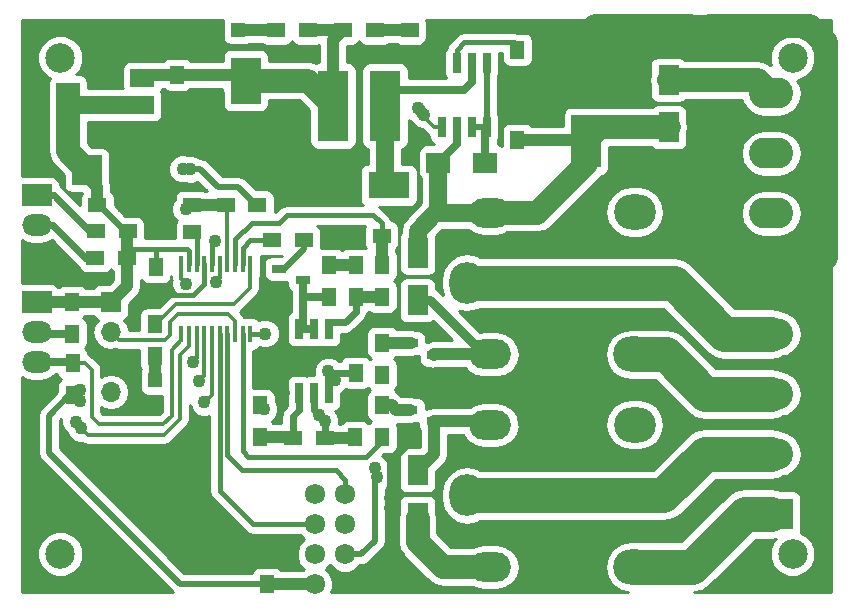
<source format=gtl>
G04 #@! TF.FileFunction,Copper,L1,Top,Signal*
%FSLAX46Y46*%
G04 Gerber Fmt 4.6, Leading zero omitted, Abs format (unit mm)*
G04 Created by KiCad (PCBNEW 4.0.6) date 01/12/18 15:45:59*
%MOMM*%
%LPD*%
G01*
G04 APERTURE LIST*
%ADD10C,0.100000*%
%ADD11C,2.500000*%
%ADD12R,1.250000X1.500000*%
%ADD13R,2.500000X4.500000*%
%ADD14R,1.500000X1.250000*%
%ADD15R,2.550000X2.500000*%
%ADD16R,2.500000X4.000000*%
%ADD17R,1.800000X2.500000*%
%ADD18R,1.200000X1.200000*%
%ADD19R,3.500000X2.300000*%
%ADD20R,0.450000X1.450000*%
%ADD21R,2.524000X1.824000*%
%ADD22O,2.524000X1.824000*%
%ADD23R,1.700000X1.700000*%
%ADD24O,1.700000X1.700000*%
%ADD25R,2.624000X6.000000*%
%ADD26R,1.724000X1.724000*%
%ADD27C,1.724000*%
%ADD28R,1.254000X0.800100*%
%ADD29R,2.000000X1.700000*%
%ADD30R,1.500000X1.300000*%
%ADD31R,1.300000X1.500000*%
%ADD32R,2.000000X3.800000*%
%ADD33R,2.000000X1.500000*%
%ADD34R,0.700000X1.700000*%
%ADD35O,3.724000X2.624000*%
%ADD36R,3.724000X2.624000*%
%ADD37O,3.524000X2.524000*%
%ADD38O,3.524000X3.000000*%
%ADD39O,3.000000X3.524000*%
%ADD40C,1.100000*%
%ADD41C,0.300000*%
%ADD42C,1.500000*%
%ADD43C,2.000000*%
%ADD44C,0.700000*%
%ADD45C,1.000000*%
%ADD46C,0.500000*%
%ADD47C,0.400000*%
%ADD48C,0.600000*%
%ADD49C,0.350000*%
%ADD50C,3.000000*%
%ADD51C,0.800000*%
%ADD52C,0.254000*%
G04 APERTURE END LIST*
D10*
D11*
X74000000Y-136000000D03*
X136000000Y-94000000D03*
X136000000Y-136000000D03*
D12*
X112700000Y-100920000D03*
X112700000Y-98420000D03*
D13*
X118500000Y-101070000D03*
X118500000Y-94070000D03*
D12*
X91480000Y-138510000D03*
X91480000Y-136010000D03*
D14*
X77150000Y-106470000D03*
X79650000Y-106470000D03*
D15*
X76275000Y-103500000D03*
X81325000Y-103500000D03*
D12*
X83900000Y-95420000D03*
X83900000Y-97920000D03*
D16*
X89700000Y-95920000D03*
X89700000Y-102020000D03*
D12*
X112700000Y-93320000D03*
X112700000Y-95820000D03*
D14*
X85120000Y-106490000D03*
X82620000Y-106490000D03*
X85170000Y-108740000D03*
X82670000Y-108740000D03*
D12*
X99000000Y-120670000D03*
X99000000Y-118170000D03*
X82090000Y-111720000D03*
X82090000Y-114220000D03*
D17*
X125500000Y-99870000D03*
X125500000Y-95870000D03*
D18*
X89050000Y-91620000D03*
X86850000Y-91620000D03*
D19*
X101810000Y-104790000D03*
X96410000Y-104790000D03*
D17*
X104250000Y-132920000D03*
X104250000Y-128920000D03*
D18*
X82020000Y-121310000D03*
X82020000Y-123510000D03*
D17*
X104250000Y-110520000D03*
X104250000Y-114520000D03*
D20*
X90100000Y-111470000D03*
X89450000Y-111470000D03*
X88800000Y-111470000D03*
X88150000Y-111470000D03*
X87500000Y-111470000D03*
X86850000Y-111470000D03*
X86200000Y-111470000D03*
X85550000Y-111470000D03*
X84900000Y-111470000D03*
X84250000Y-111470000D03*
X84250000Y-117370000D03*
X84900000Y-117370000D03*
X85550000Y-117370000D03*
X86200000Y-117370000D03*
X86850000Y-117370000D03*
X87500000Y-117370000D03*
X88150000Y-117370000D03*
X88800000Y-117370000D03*
X89450000Y-117370000D03*
X90100000Y-117370000D03*
D21*
X72000000Y-114670000D03*
D22*
X72000000Y-117210000D03*
X72000000Y-119750000D03*
X72000000Y-122290000D03*
D23*
X78290000Y-114670000D03*
D24*
X78290000Y-117210000D03*
X78290000Y-119750000D03*
X78290000Y-122290000D03*
D25*
X97100000Y-98070000D03*
X101500000Y-98070000D03*
D26*
X98100000Y-138570000D03*
D27*
X95560000Y-138570000D03*
X98100000Y-136030000D03*
X95560000Y-136030000D03*
X98100000Y-133490000D03*
X95560000Y-133490000D03*
X98100000Y-130950000D03*
X95560000Y-130950000D03*
D28*
X103650000Y-123820000D03*
X103650000Y-125720000D03*
X105650760Y-124770000D03*
X92549240Y-111870000D03*
X92549240Y-113770000D03*
X94550000Y-112820000D03*
X103659240Y-118170000D03*
X103659240Y-120070000D03*
X105660000Y-119120000D03*
D29*
X106000000Y-102870000D03*
X110000000Y-102870000D03*
D30*
X92266666Y-91620000D03*
X94966666Y-91620000D03*
X100633332Y-91620000D03*
X97933332Y-91620000D03*
X106299998Y-91620000D03*
X103599998Y-91620000D03*
X79700000Y-108690000D03*
X77000000Y-108690000D03*
X90700000Y-106470000D03*
X88000000Y-106470000D03*
D31*
X90900000Y-123420000D03*
X90900000Y-126120000D03*
X99000000Y-111520000D03*
X99000000Y-114220000D03*
X96750000Y-111520000D03*
X96750000Y-114220000D03*
X101250000Y-123420000D03*
X101250000Y-126120000D03*
X101250000Y-111520000D03*
X101250000Y-114220000D03*
D30*
X93700000Y-126210000D03*
X96400000Y-126210000D03*
X101200000Y-109070000D03*
X98500000Y-109070000D03*
D31*
X82040000Y-119230000D03*
X82040000Y-116530000D03*
D30*
X91960000Y-109430000D03*
X94660000Y-109430000D03*
D31*
X98950000Y-126120000D03*
X98950000Y-123420000D03*
D30*
X79670000Y-110900000D03*
X76970000Y-110900000D03*
D31*
X75040000Y-119870000D03*
X75040000Y-122570000D03*
X74990000Y-117340000D03*
X74990000Y-114640000D03*
X101250000Y-118120000D03*
X101250000Y-120820000D03*
D32*
X74650000Y-98000000D03*
D33*
X80950000Y-98000000D03*
X80950000Y-95700000D03*
X80950000Y-100300000D03*
D34*
X110105000Y-94470000D03*
X108835000Y-94470000D03*
X107565000Y-94470000D03*
X106295000Y-94470000D03*
X106295000Y-99870000D03*
X107565000Y-99870000D03*
X108835000Y-99870000D03*
X110105000Y-99870000D03*
X96755000Y-116970000D03*
X95485000Y-116970000D03*
X94215000Y-116970000D03*
X92945000Y-116970000D03*
X92945000Y-122370000D03*
X94215000Y-122370000D03*
X95485000Y-122370000D03*
X96755000Y-122370000D03*
D35*
X134200000Y-97010000D03*
X134200000Y-102090000D03*
X134200000Y-107170000D03*
D36*
X134200000Y-112250000D03*
D35*
X134200000Y-117360000D03*
X134200000Y-122440000D03*
X134200000Y-127520000D03*
D36*
X134200000Y-132600000D03*
D37*
X110400000Y-137100000D03*
D38*
X122600000Y-137100000D03*
X122650000Y-125050000D03*
D37*
X110400000Y-125100000D03*
D39*
X108450000Y-131050000D03*
D37*
X110400000Y-119100000D03*
D38*
X122600000Y-119100000D03*
X122650000Y-107050000D03*
D37*
X110400000Y-107100000D03*
D39*
X108450000Y-113050000D03*
D21*
X72000000Y-105610000D03*
D22*
X72000000Y-108150000D03*
X72000000Y-110690000D03*
D11*
X74000000Y-94000000D03*
D40*
X115085669Y-106935777D03*
X113357037Y-107071573D03*
X114170000Y-107100000D03*
X106142580Y-117530449D03*
X105495265Y-116999071D03*
X128019696Y-91386312D03*
X127201548Y-91353586D03*
X126383401Y-91361767D03*
X128916620Y-91337090D03*
X125500000Y-91336992D03*
X81674461Y-114486788D03*
X82117785Y-113875000D03*
X81250000Y-123510000D03*
X101876731Y-131250000D03*
X106881196Y-122585407D03*
X119293953Y-93682304D03*
X119293953Y-94581325D03*
X118509412Y-94992071D03*
X118509412Y-93202095D03*
X118500000Y-94070000D03*
X113500000Y-95820000D03*
X95558738Y-104772085D03*
X97277890Y-104824181D03*
X97750000Y-109000000D03*
X92945000Y-114750000D03*
X98250000Y-118765448D03*
X81250000Y-91680000D03*
X80500000Y-91680000D03*
X79750000Y-91750000D03*
X86000000Y-91680000D03*
X83900000Y-99500000D03*
X83900000Y-98750000D03*
X92549240Y-113770000D03*
X91480000Y-136010000D03*
X82020000Y-123510000D03*
X101876731Y-132100737D03*
X82620000Y-106490000D03*
X97341699Y-118975092D03*
X98500000Y-109070000D03*
X96410000Y-104790000D03*
X112700000Y-95820000D03*
X86850000Y-91620000D03*
X83900000Y-97920000D03*
X92945000Y-122370000D03*
X106881196Y-121807590D03*
X98950000Y-123420000D03*
X75501730Y-114655854D03*
X75656608Y-123053868D03*
X75629955Y-122156555D03*
X74821650Y-114670000D03*
X76930352Y-103463316D03*
X85000000Y-103428824D03*
X84360252Y-103401216D03*
X76207713Y-103423120D03*
X91023646Y-123140850D03*
X97250000Y-121250000D03*
X97397122Y-111495339D03*
X91243011Y-123745711D03*
X90411250Y-96526610D03*
X90354094Y-95612122D03*
X88925207Y-96526610D03*
X88944259Y-95535914D03*
X89706332Y-96831439D03*
X89687280Y-95021515D03*
X96750000Y-111520000D03*
X89700000Y-95920000D03*
X96706853Y-120540918D03*
X87216087Y-112935665D03*
X77000000Y-108690000D03*
X84621512Y-106788007D03*
X87120000Y-109500000D03*
X76970000Y-110900000D03*
X92750000Y-126120000D03*
X93700000Y-126210000D03*
X95915000Y-124250000D03*
X96400000Y-124735000D03*
X75328758Y-124790656D03*
X75759195Y-125364573D03*
X100821123Y-129523280D03*
X85207832Y-119756459D03*
X100640090Y-128747008D03*
X84644223Y-113110224D03*
X86200264Y-123153782D03*
X85773018Y-121343072D03*
X102750000Y-91620000D03*
X104258798Y-98268917D03*
X104808797Y-98818916D03*
X103599998Y-91620000D03*
X91356094Y-117343060D03*
X101250000Y-120820000D03*
D41*
X114949873Y-107071573D02*
X115085669Y-106935777D01*
X113357037Y-107071573D02*
X114949873Y-107071573D01*
D42*
X104250000Y-110520000D02*
X104250000Y-108620381D01*
X104250000Y-108620381D02*
X105770381Y-107100000D01*
X105770381Y-107100000D02*
X108640000Y-107100000D01*
X106000000Y-102870000D02*
X106000000Y-107073989D01*
X106000000Y-107073989D02*
X105973989Y-107100000D01*
X105973989Y-107100000D02*
X108640000Y-107100000D01*
X108640000Y-107100000D02*
X110400000Y-107100000D01*
D43*
X110400000Y-107100000D02*
X114395013Y-107100000D01*
X114395013Y-107100000D02*
X118500000Y-102995013D01*
X118500000Y-102995013D02*
X118500000Y-101070000D01*
X104250000Y-132920000D02*
X104250000Y-134960000D01*
X106390000Y-137100000D02*
X110400000Y-137100000D01*
X104250000Y-134960000D02*
X106390000Y-137100000D01*
D44*
X107565000Y-99870000D02*
X107565000Y-101305000D01*
X107565000Y-101305000D02*
X106000000Y-102870000D01*
D45*
X112700000Y-100920000D02*
X118350000Y-100920000D01*
X118350000Y-100920000D02*
X118500000Y-101070000D01*
D43*
X125500000Y-99870000D02*
X119700000Y-99870000D01*
X119700000Y-99870000D02*
X118500000Y-101070000D01*
X134200000Y-112250000D02*
X137480366Y-112250000D01*
X137480366Y-112250000D02*
X138812862Y-110917504D01*
X138812862Y-110917504D02*
X138812862Y-92674915D01*
X138812862Y-92674915D02*
X137475037Y-91337090D01*
X137475037Y-91337090D02*
X129694437Y-91337090D01*
X129694437Y-91337090D02*
X128916620Y-91337090D01*
D46*
X99000000Y-118170000D02*
X99000000Y-117543845D01*
X99000000Y-117543845D02*
X99957144Y-116586701D01*
X99957144Y-116586701D02*
X105082895Y-116586701D01*
X105082895Y-116586701D02*
X105495265Y-116999071D01*
D41*
X106045264Y-117549070D02*
X106123959Y-117549070D01*
X105495265Y-116999071D02*
X106045264Y-117549070D01*
X106123959Y-117549070D02*
X106142580Y-117530449D01*
D45*
X103659240Y-120070000D02*
X103886190Y-120070000D01*
D41*
X128797513Y-91386312D02*
X128019696Y-91386312D01*
X128867398Y-91386312D02*
X128797513Y-91386312D01*
X128906259Y-91347451D02*
X128867398Y-91386312D01*
X127979365Y-91353586D02*
X128012091Y-91386312D01*
X128012091Y-91386312D02*
X128019696Y-91386312D01*
X127201548Y-91353586D02*
X127979365Y-91353586D01*
D43*
X128906259Y-91347451D02*
X128900124Y-91353586D01*
D45*
X127218044Y-91337090D02*
X127201548Y-91353586D01*
D43*
X128900124Y-91353586D02*
X127979365Y-91353586D01*
D45*
X128916620Y-91337090D02*
X127218044Y-91337090D01*
D43*
X127218142Y-91336992D02*
X127201548Y-91353586D01*
X127392123Y-91336992D02*
X127218142Y-91336992D01*
D41*
X126358626Y-91336992D02*
X126383401Y-91361767D01*
X125500000Y-91336992D02*
X126358626Y-91336992D01*
X127161218Y-91361767D02*
X126383401Y-91361767D01*
X127392123Y-91336992D02*
X127367348Y-91361767D01*
X127367348Y-91361767D02*
X127161218Y-91361767D01*
D43*
X128906259Y-91347451D02*
X128916620Y-91337090D01*
X125500000Y-91336992D02*
X127392123Y-91336992D01*
X119309771Y-91336992D02*
X125500000Y-91336992D01*
D47*
X86200000Y-111470000D02*
X86200000Y-113130146D01*
X86200000Y-113130146D02*
X85242350Y-114087796D01*
X82117785Y-113972532D02*
X82117785Y-113875000D01*
X85242350Y-114087796D02*
X82002521Y-114087796D01*
X82002521Y-114087796D02*
X82117785Y-113972532D01*
X82204929Y-113962144D02*
X82117785Y-113875000D01*
X82329225Y-113974528D02*
X82316841Y-113962144D01*
X82316841Y-113962144D02*
X82204929Y-113962144D01*
D48*
X82020000Y-123510000D02*
X81250000Y-123510000D01*
X81250000Y-123510000D02*
X80820000Y-123510000D01*
D46*
X103650000Y-125720000D02*
X103650000Y-126620050D01*
X103650000Y-126620050D02*
X101911537Y-128358513D01*
X101911537Y-128358513D02*
X101911537Y-132065931D01*
X101911537Y-132065931D02*
X101876731Y-132100737D01*
D41*
X119154700Y-94442072D02*
X119293953Y-94581325D01*
X119059411Y-94442072D02*
X119154700Y-94442072D01*
X118509412Y-94992071D02*
X119059411Y-94442072D01*
X118509412Y-93979912D02*
X118509412Y-93202095D01*
X118509412Y-94060588D02*
X118509412Y-93979912D01*
X118500000Y-94070000D02*
X118509412Y-94060588D01*
D44*
X92945000Y-115770000D02*
X92945000Y-114750000D01*
X92945000Y-114750000D02*
X92945000Y-114165760D01*
D46*
X98845448Y-118170000D02*
X98250000Y-118765448D01*
X98250000Y-118765448D02*
X98040356Y-118975092D01*
D45*
X80500000Y-91680000D02*
X81250000Y-91680000D01*
X79750000Y-91750000D02*
X80430000Y-91750000D01*
X80430000Y-91750000D02*
X80500000Y-91680000D01*
X83900000Y-98750000D02*
X83900000Y-99500000D01*
X83900000Y-99500000D02*
X83900000Y-100200000D01*
X83900000Y-97920000D02*
X83900000Y-98750000D01*
X80950000Y-100300000D02*
X84000000Y-100300000D01*
X84000000Y-100300000D02*
X86568969Y-100300000D01*
X83900000Y-100200000D02*
X84000000Y-100300000D01*
X80950000Y-100300000D02*
X80950000Y-103125000D01*
X80950000Y-103125000D02*
X81325000Y-103500000D01*
X86768969Y-100500000D02*
X88288969Y-102020000D01*
X86568969Y-100300000D02*
X86768969Y-100500000D01*
D43*
X118500000Y-94070000D02*
X118500000Y-92146763D01*
X118500000Y-92146763D02*
X119309771Y-91336992D01*
D48*
X92945000Y-116970000D02*
X92945000Y-119040000D01*
X92945000Y-119040000D02*
X92945000Y-120920000D01*
D46*
X97341699Y-118975092D02*
X93009908Y-118975092D01*
X93009908Y-118975092D02*
X92945000Y-119040000D01*
D48*
X80350000Y-120240000D02*
X79860000Y-119750000D01*
X79860000Y-119750000D02*
X78290000Y-119750000D01*
X80350000Y-123040000D02*
X80350000Y-120240000D01*
X80820000Y-123510000D02*
X80350000Y-123040000D01*
D47*
X92804872Y-115910128D02*
X92945000Y-115770000D01*
D44*
X92945000Y-116970000D02*
X92945000Y-115770000D01*
D47*
X92549240Y-113770000D02*
X92322290Y-113770000D01*
D48*
X101890233Y-132087235D02*
X101876731Y-132100737D01*
D45*
X88288969Y-102020000D02*
X89700000Y-102020000D01*
X82620000Y-106490000D02*
X81500000Y-106490000D01*
X81500000Y-106490000D02*
X79670000Y-106490000D01*
X81325000Y-106315000D02*
X81500000Y-106490000D01*
X81325000Y-102970000D02*
X81325000Y-106315000D01*
X79670000Y-106490000D02*
X79650000Y-106470000D01*
X82670000Y-108740000D02*
X82670000Y-106540000D01*
X82670000Y-106540000D02*
X82620000Y-106490000D01*
D46*
X99000000Y-118170000D02*
X98845448Y-118170000D01*
X98040356Y-118975092D02*
X97341699Y-118975092D01*
D44*
X92945000Y-114165760D02*
X92549240Y-113770000D01*
D48*
X92945000Y-120920000D02*
X92945000Y-122370000D01*
D45*
X80950000Y-102595000D02*
X81325000Y-102970000D01*
X106103379Y-121807590D02*
X106881196Y-121807590D01*
X105623780Y-121807590D02*
X106103379Y-121807590D01*
X103886190Y-120070000D02*
X105623780Y-121807590D01*
X89700000Y-102020000D02*
X91535700Y-102020000D01*
X91535700Y-102020000D02*
X94305700Y-104790000D01*
X94305700Y-104790000D02*
X96410000Y-104790000D01*
D48*
X106299998Y-91620000D02*
X106322980Y-91620000D01*
X106322980Y-91620000D02*
X106712980Y-91230000D01*
X106712980Y-91230000D02*
X116600000Y-91230000D01*
X116600000Y-91230000D02*
X118500000Y-93130000D01*
X118500000Y-93130000D02*
X118500000Y-94070000D01*
X106299998Y-91620000D02*
X106299998Y-94465002D01*
X106299998Y-94465002D02*
X106295000Y-94470000D01*
D45*
X114450000Y-95820000D02*
X116200000Y-94070000D01*
X116200000Y-94070000D02*
X116250000Y-94070000D01*
X116250000Y-94070000D02*
X118500000Y-94070000D01*
X112700000Y-95820000D02*
X114450000Y-95820000D01*
X112700000Y-98420000D02*
X112700000Y-95820000D01*
X75515876Y-114670000D02*
X75501730Y-114655854D01*
X75487584Y-114670000D02*
X75501730Y-114655854D01*
X72000000Y-114670000D02*
X75487584Y-114670000D01*
X78290000Y-114670000D02*
X75515876Y-114670000D01*
D46*
X91480000Y-138510000D02*
X84125469Y-138510000D01*
X84125469Y-138510000D02*
X73041711Y-127426242D01*
X73041711Y-127426242D02*
X73041711Y-124277975D01*
X73041711Y-124277975D02*
X74749686Y-122570000D01*
X74749686Y-122570000D02*
X75040000Y-122570000D01*
D41*
X75040000Y-122570000D02*
X75216510Y-122570000D01*
X75216510Y-122570000D02*
X75629955Y-122156555D01*
D43*
X74650000Y-101900000D02*
X76213316Y-103463316D01*
X74650000Y-98000000D02*
X74650000Y-101900000D01*
D42*
X80950000Y-98000000D02*
X74650000Y-98000000D01*
D45*
X77150000Y-106470000D02*
X77150000Y-104916781D01*
X77150000Y-104916781D02*
X75924629Y-103691410D01*
X75924629Y-103691410D02*
X75939423Y-103691410D01*
X75939423Y-103691410D02*
X76207713Y-103423120D01*
D46*
X90700000Y-106470000D02*
X90600000Y-106470000D01*
X90600000Y-106470000D02*
X89070000Y-104940000D01*
X89070000Y-104940000D02*
X87369196Y-104940000D01*
X84387860Y-103428824D02*
X84360252Y-103401216D01*
X87369196Y-104940000D02*
X85858020Y-103428824D01*
X85858020Y-103428824D02*
X84387860Y-103428824D01*
D45*
X79670000Y-110900000D02*
X79670000Y-113290000D01*
X79670000Y-113290000D02*
X78290000Y-114670000D01*
D47*
X84705000Y-110150000D02*
X82090000Y-110150000D01*
X82090000Y-110150000D02*
X79974604Y-110150000D01*
X82090000Y-111720000D02*
X82090000Y-110570000D01*
X82090000Y-110570000D02*
X82090000Y-110150000D01*
X84900000Y-111470000D02*
X84900000Y-110345000D01*
X84900000Y-110345000D02*
X84705000Y-110150000D01*
X79974604Y-110150000D02*
X79670000Y-110454604D01*
X79670000Y-110454604D02*
X79670000Y-110900000D01*
D46*
X77150000Y-106470000D02*
X77288714Y-106470000D01*
X77288714Y-106470000D02*
X79508714Y-108690000D01*
X79508714Y-108690000D02*
X79700000Y-108690000D01*
D45*
X79670000Y-110900000D02*
X79670000Y-108720000D01*
X79670000Y-108720000D02*
X79700000Y-108690000D01*
X95560000Y-138570000D02*
X91540000Y-138570000D01*
X91540000Y-138570000D02*
X91480000Y-138510000D01*
D41*
X91023646Y-123526346D02*
X91023646Y-123140850D01*
X91243011Y-123745711D02*
X91023646Y-123526346D01*
D45*
X98174939Y-111495339D02*
X97397122Y-111495339D01*
X98975339Y-111495339D02*
X98174939Y-111495339D01*
X99000000Y-111520000D02*
X98975339Y-111495339D01*
D41*
X90106421Y-96831439D02*
X90411250Y-96526610D01*
X89706332Y-96831439D02*
X90106421Y-96831439D01*
X88925207Y-95783588D02*
X88925207Y-96526610D01*
X89687280Y-95021515D02*
X88925207Y-95783588D01*
X88944259Y-96069366D02*
X88944259Y-95535914D01*
X89706332Y-96831439D02*
X88944259Y-96069366D01*
D45*
X83900000Y-95420000D02*
X81230000Y-95420000D01*
X81230000Y-95420000D02*
X80950000Y-95700000D01*
X83900000Y-95420000D02*
X89200000Y-95420000D01*
X89200000Y-95420000D02*
X89700000Y-95920000D01*
D48*
X99000000Y-120670000D02*
X96835935Y-120670000D01*
X96835935Y-120670000D02*
X96706853Y-120540918D01*
D44*
X96755000Y-122370000D02*
X96755000Y-120589065D01*
X96755000Y-120589065D02*
X96706853Y-120540918D01*
D45*
X97100000Y-98070000D02*
X97100000Y-92453332D01*
X97100000Y-92453332D02*
X97933332Y-91620000D01*
D43*
X89700000Y-95920000D02*
X94950000Y-95920000D01*
X94950000Y-95920000D02*
X97100000Y-98070000D01*
D45*
X97933332Y-91620000D02*
X94966666Y-91620000D01*
D47*
X112700000Y-93320000D02*
X112700000Y-92950000D01*
X112700000Y-92950000D02*
X112415609Y-92665609D01*
X112415609Y-92665609D02*
X108224344Y-92665609D01*
X108224344Y-92665609D02*
X107565000Y-93324953D01*
X107565000Y-93324953D02*
X107565000Y-94470000D01*
D41*
X87500000Y-111470000D02*
X87500000Y-112651752D01*
X87500000Y-112651752D02*
X87216087Y-112935665D01*
D48*
X77000000Y-108690000D02*
X76900000Y-108690000D01*
X76900000Y-108690000D02*
X76890000Y-108700000D01*
X76890000Y-108700000D02*
X76555495Y-108700000D01*
X76555495Y-108700000D02*
X73465495Y-105610000D01*
X73465495Y-105610000D02*
X72000000Y-105610000D01*
D45*
X84939519Y-106470000D02*
X84621512Y-106788007D01*
X88000000Y-106470000D02*
X84939519Y-106470000D01*
D49*
X88150000Y-111470000D02*
X88150000Y-106620000D01*
X88150000Y-106620000D02*
X88000000Y-106470000D01*
D47*
X85550000Y-111470000D02*
X85550000Y-109120000D01*
X85550000Y-109120000D02*
X85170000Y-108740000D01*
X86850000Y-111470000D02*
X86850000Y-109770000D01*
X86850000Y-109770000D02*
X87120000Y-109500000D01*
D48*
X76970000Y-110900000D02*
X76120458Y-110900000D01*
X76120458Y-110900000D02*
X73370458Y-108150000D01*
X73370458Y-108150000D02*
X72000000Y-108150000D01*
D43*
X125500000Y-95870000D02*
X133060000Y-95870000D01*
X133060000Y-95870000D02*
X134200000Y-97010000D01*
D45*
X89050000Y-91620000D02*
X92266666Y-91620000D01*
D44*
X108835000Y-94470000D02*
X108835000Y-96020000D01*
X108835000Y-96020000D02*
X108158614Y-96696386D01*
X108158614Y-96696386D02*
X102190779Y-96696386D01*
X102190779Y-96696386D02*
X101500000Y-97387165D01*
X101500000Y-97387165D02*
X101500000Y-98070000D01*
D42*
X101500000Y-98070000D02*
X101500000Y-104480000D01*
X101500000Y-104480000D02*
X101810000Y-104790000D01*
D45*
X82020000Y-121310000D02*
X82020000Y-119250000D01*
X82020000Y-119250000D02*
X82040000Y-119230000D01*
X90900000Y-126120000D02*
X92750000Y-126120000D01*
D48*
X94215000Y-123820000D02*
X93700000Y-124335000D01*
X93700000Y-124335000D02*
X93700000Y-126210000D01*
X94215000Y-122370000D02*
X94215000Y-123820000D01*
X95485000Y-123820000D02*
X96085000Y-124420000D01*
D41*
X96085000Y-124420000D02*
X96400000Y-124735000D01*
D48*
X95485000Y-122370000D02*
X95485000Y-123820000D01*
X96400000Y-124735000D02*
X96400000Y-124960000D01*
X96400000Y-124960000D02*
X96400000Y-126210000D01*
D45*
X96400000Y-126210000D02*
X98860000Y-126210000D01*
X98860000Y-126210000D02*
X98950000Y-126120000D01*
D50*
X122600000Y-137100000D02*
X127495036Y-137100000D01*
X127495036Y-137100000D02*
X131995036Y-132600000D01*
X131995036Y-132600000D02*
X134200000Y-132600000D01*
X108450000Y-131050000D02*
X125074502Y-131050000D01*
X125074502Y-131050000D02*
X128604502Y-127520000D01*
X128604502Y-127520000D02*
X134200000Y-127520000D01*
X122600000Y-119100000D02*
X125272350Y-119100000D01*
X125272350Y-119100000D02*
X128612350Y-122440000D01*
X128612350Y-122440000D02*
X134200000Y-122440000D01*
X134200000Y-117360000D02*
X130234947Y-117360000D01*
X130234947Y-117360000D02*
X125924947Y-113050000D01*
X125924947Y-113050000D02*
X112950000Y-113050000D01*
X112950000Y-113050000D02*
X108450000Y-113050000D01*
D41*
X75328758Y-124934136D02*
X75328758Y-124790656D01*
X75759195Y-125364573D02*
X75328758Y-124934136D01*
X82780561Y-125914572D02*
X76309194Y-125914572D01*
X84146088Y-119148912D02*
X84146088Y-124549045D01*
X84900000Y-118395000D02*
X84146088Y-119148912D01*
X84900000Y-117370000D02*
X84900000Y-118395000D01*
X76309194Y-125914572D02*
X75759195Y-125364573D01*
X84146088Y-124549045D02*
X82780561Y-125914572D01*
D44*
X74990000Y-117340000D02*
X72130000Y-117340000D01*
D46*
X72130000Y-117340000D02*
X72000000Y-117210000D01*
D41*
X84250000Y-117370000D02*
X84250000Y-117870000D01*
X84250000Y-117870000D02*
X83420000Y-118700000D01*
X83420000Y-118700000D02*
X83420000Y-124294816D01*
X83420000Y-124294816D02*
X82734816Y-124980000D01*
X82734816Y-124980000D02*
X77279202Y-124980000D01*
X77279202Y-124980000D02*
X76661337Y-124362135D01*
X76661337Y-120425100D02*
X76106237Y-119870000D01*
X76661337Y-124362135D02*
X76661337Y-120425100D01*
X76106237Y-119870000D02*
X75040000Y-119870000D01*
D44*
X72000000Y-119750000D02*
X74920000Y-119750000D01*
D46*
X74920000Y-119750000D02*
X75040000Y-119870000D01*
D49*
X88800000Y-117370000D02*
X88800000Y-116295000D01*
X83260000Y-117449088D02*
X82838025Y-117871063D01*
X88800000Y-116295000D02*
X88165372Y-115660372D01*
X88165372Y-115660372D02*
X83951711Y-115660372D01*
X83951711Y-115660372D02*
X83260000Y-116352083D01*
X83260000Y-116352083D02*
X83260000Y-117449088D01*
X82838025Y-117871063D02*
X78951063Y-117871063D01*
X78951063Y-117871063D02*
X78290000Y-117210000D01*
D46*
X98100000Y-136030000D02*
X99489337Y-136030000D01*
X99489337Y-136030000D02*
X100640090Y-134879247D01*
X100640090Y-134879247D02*
X100640090Y-129524825D01*
X100640090Y-129524825D02*
X100640090Y-128747008D01*
D41*
X85550000Y-119414291D02*
X85207832Y-119756459D01*
X85550000Y-117370000D02*
X85550000Y-119414291D01*
X84250000Y-112716001D02*
X84644223Y-113110224D01*
X84250000Y-111470000D02*
X84250000Y-112716001D01*
D47*
X95560000Y-136030000D02*
X95159201Y-136030000D01*
D49*
X86750263Y-122603783D02*
X86200264Y-123153782D01*
X86850000Y-122504046D02*
X86750263Y-122603783D01*
X86850000Y-117370000D02*
X86850000Y-122504046D01*
D47*
X95560000Y-133490000D02*
X90341246Y-133490000D01*
X90341246Y-133490000D02*
X87500000Y-130648754D01*
X87500000Y-130648754D02*
X87500000Y-117370000D01*
X88150000Y-117370000D02*
X88150000Y-127662997D01*
X88150000Y-127662997D02*
X89418143Y-128931140D01*
X89418143Y-128931140D02*
X97317456Y-128931140D01*
X97317456Y-128931140D02*
X98100000Y-129713684D01*
X98100000Y-129713684D02*
X98100000Y-130950000D01*
D49*
X86200000Y-120916090D02*
X85773018Y-121343072D01*
X86200000Y-117370000D02*
X86200000Y-120916090D01*
D45*
X102050000Y-123420000D02*
X102450000Y-123820000D01*
X102450000Y-123820000D02*
X103650000Y-123820000D01*
X101250000Y-123420000D02*
X102050000Y-123420000D01*
X101264183Y-123434183D02*
X101250000Y-123420000D01*
D46*
X94660000Y-109430000D02*
X94660000Y-110188225D01*
X94660000Y-110188225D02*
X92978225Y-111870000D01*
X92978225Y-111870000D02*
X92549240Y-111870000D01*
D44*
X94550000Y-112820000D02*
X94550000Y-114320000D01*
X94550000Y-114320000D02*
X94550000Y-116635000D01*
X96750000Y-114220000D02*
X94650000Y-114220000D01*
X94650000Y-114220000D02*
X94550000Y-114320000D01*
X94550000Y-116635000D02*
X94215000Y-116970000D01*
X95485000Y-116970000D02*
X94215000Y-116970000D01*
D45*
X103659240Y-118170000D02*
X101300000Y-118170000D01*
X101300000Y-118170000D02*
X101250000Y-118120000D01*
D44*
X110000000Y-102870000D02*
X110000000Y-99975000D01*
X110000000Y-99975000D02*
X110105000Y-99870000D01*
D46*
X110105000Y-99870000D02*
X108835000Y-99870000D01*
X110105000Y-99870000D02*
X110105000Y-94470000D01*
D45*
X100633332Y-91620000D02*
X102750000Y-91620000D01*
D41*
X103599998Y-91620000D02*
X102750000Y-91620000D01*
D45*
X104808797Y-98818916D02*
X104258798Y-98268917D01*
D41*
X104808797Y-99033797D02*
X104808797Y-98818916D01*
X105645000Y-99870000D02*
X104808797Y-99033797D01*
X106295000Y-99870000D02*
X105645000Y-99870000D01*
D48*
X96755000Y-116970000D02*
X96755000Y-116394380D01*
X96755000Y-116394380D02*
X96784796Y-116364584D01*
X96784796Y-116364584D02*
X98115416Y-116364584D01*
X99000000Y-115480000D02*
X99000000Y-114220000D01*
X98115416Y-116364584D02*
X99000000Y-115480000D01*
D45*
X101250000Y-114220000D02*
X99000000Y-114220000D01*
D47*
X89450000Y-117370000D02*
X89450000Y-127310000D01*
X89450000Y-127310000D02*
X89924247Y-127784247D01*
X89924247Y-127784247D02*
X99912500Y-127784247D01*
X99912500Y-127784247D02*
X101250000Y-126446747D01*
X101250000Y-126446747D02*
X101250000Y-126120000D01*
X101200000Y-109070000D02*
X101200000Y-108020000D01*
X101200000Y-108020000D02*
X100507773Y-107327773D01*
X100507773Y-107327773D02*
X93172227Y-107327773D01*
X93172227Y-107327773D02*
X92560000Y-107940000D01*
X92560000Y-107940000D02*
X90194545Y-107940000D01*
X90194545Y-107940000D02*
X88800000Y-109334545D01*
X88800000Y-109334545D02*
X88800000Y-111470000D01*
D45*
X101250000Y-111520000D02*
X101250000Y-109120000D01*
X101250000Y-109120000D02*
X101200000Y-109070000D01*
D41*
X90100000Y-111470000D02*
X90100000Y-113455221D01*
X90100000Y-113455221D02*
X88730532Y-114824689D01*
X83817743Y-114824689D02*
X82112432Y-116530000D01*
X88730532Y-114824689D02*
X83817743Y-114824689D01*
X82112432Y-116530000D02*
X82040000Y-116530000D01*
D47*
X91960000Y-109430000D02*
X90080000Y-109430000D01*
X90080000Y-109430000D02*
X89450000Y-110060000D01*
X89450000Y-110060000D02*
X89450000Y-111470000D01*
X90100000Y-117370000D02*
X91329154Y-117370000D01*
X91329154Y-117370000D02*
X91356094Y-117343060D01*
D45*
X104250000Y-128920000D02*
X105650760Y-127519240D01*
X105650760Y-127519240D02*
X105650760Y-124770000D01*
X105650760Y-124770000D02*
X110070000Y-124770000D01*
X110070000Y-124770000D02*
X110400000Y-125100000D01*
D51*
X104250000Y-114520000D02*
X105320000Y-114520000D01*
X105320000Y-114520000D02*
X109900000Y-119100000D01*
X109900000Y-119100000D02*
X110400000Y-119100000D01*
D45*
X104250000Y-114520000D02*
X104250000Y-114770000D01*
X110400000Y-119100000D02*
X105680000Y-119100000D01*
X105680000Y-119100000D02*
X105660000Y-119120000D01*
D52*
G36*
X139244000Y-139244000D02*
X127681047Y-139244000D01*
X128329669Y-139114981D01*
X129037236Y-138642200D01*
X132898436Y-134781000D01*
X134200000Y-134781000D01*
X134559538Y-134709483D01*
X134363932Y-134904748D01*
X134069335Y-135614215D01*
X134068665Y-136382415D01*
X134362023Y-137092395D01*
X134904748Y-137636068D01*
X135614215Y-137930665D01*
X136382415Y-137931335D01*
X137092395Y-137637977D01*
X137636068Y-137095252D01*
X137930665Y-136385785D01*
X137931335Y-135617585D01*
X137637977Y-134907605D01*
X137095252Y-134363932D01*
X136691870Y-134196433D01*
X136701637Y-134182138D01*
X136756341Y-133912000D01*
X136756341Y-131288000D01*
X136708856Y-131035637D01*
X136559709Y-130803856D01*
X136332138Y-130648363D01*
X136062000Y-130593659D01*
X135047564Y-130593659D01*
X135034633Y-130585019D01*
X134200000Y-130419000D01*
X131995036Y-130419000D01*
X131160403Y-130585019D01*
X130504702Y-131023144D01*
X130452836Y-131057800D01*
X126591636Y-134919000D01*
X122290139Y-134919000D01*
X121455506Y-135085019D01*
X120747939Y-135557800D01*
X120275158Y-136265367D01*
X120109139Y-137100000D01*
X120275158Y-137934633D01*
X120747939Y-138642200D01*
X121455506Y-139114981D01*
X122104128Y-139244000D01*
X96950866Y-139244000D01*
X97102731Y-138878268D01*
X97103267Y-138264425D01*
X96868854Y-137697103D01*
X96472132Y-137299688D01*
X96830312Y-136942132D01*
X97224820Y-137337329D01*
X97791732Y-137572731D01*
X98405575Y-137573267D01*
X98972897Y-137338854D01*
X99351411Y-136961000D01*
X99489337Y-136961000D01*
X99786506Y-136901890D01*
X99845616Y-136890132D01*
X100147653Y-136688316D01*
X101298406Y-135537564D01*
X101500221Y-135235526D01*
X101500222Y-135235525D01*
X101571090Y-134879247D01*
X101571090Y-132920000D01*
X102569000Y-132920000D01*
X102569000Y-134960000D01*
X102696959Y-135603291D01*
X102982077Y-136030000D01*
X103061354Y-136148646D01*
X105201353Y-138288646D01*
X105474031Y-138470843D01*
X105746709Y-138653041D01*
X106390000Y-138781000D01*
X108937826Y-138781000D01*
X109108585Y-138895098D01*
X109852139Y-139043000D01*
X110947861Y-139043000D01*
X111691415Y-138895098D01*
X112321769Y-138473908D01*
X112742959Y-137843554D01*
X112890861Y-137100000D01*
X112742959Y-136356446D01*
X112321769Y-135726092D01*
X111691415Y-135304902D01*
X110947861Y-135157000D01*
X109852139Y-135157000D01*
X109108585Y-135304902D01*
X108937826Y-135419000D01*
X107086293Y-135419000D01*
X105931000Y-134263708D01*
X105931000Y-132920000D01*
X105844341Y-132484337D01*
X105844341Y-131670000D01*
X105796856Y-131417637D01*
X105647709Y-131185856D01*
X105420138Y-131030363D01*
X105150000Y-130975659D01*
X103350000Y-130975659D01*
X103097637Y-131023144D01*
X102865856Y-131172291D01*
X102710363Y-131399862D01*
X102655659Y-131670000D01*
X102655659Y-132484337D01*
X102569000Y-132920000D01*
X101571090Y-132920000D01*
X101571090Y-130514001D01*
X101864106Y-130221496D01*
X102051909Y-129769215D01*
X102052336Y-129279493D01*
X101871009Y-128840646D01*
X101871303Y-128503221D01*
X101684290Y-128050613D01*
X101338306Y-127704025D01*
X101267885Y-127674784D01*
X101378328Y-127564341D01*
X101900000Y-127564341D01*
X102152363Y-127516856D01*
X102384144Y-127367709D01*
X102539637Y-127140138D01*
X102594341Y-126870000D01*
X102594341Y-125370000D01*
X102546856Y-125117637D01*
X102471802Y-125001000D01*
X103650000Y-125001000D01*
X104085414Y-124914391D01*
X104277000Y-124914391D01*
X104329419Y-124904528D01*
X104329419Y-125170050D01*
X104376904Y-125422413D01*
X104469760Y-125566715D01*
X104469760Y-126975659D01*
X103350000Y-126975659D01*
X103097637Y-127023144D01*
X102865856Y-127172291D01*
X102710363Y-127399862D01*
X102655659Y-127670000D01*
X102655659Y-130170000D01*
X102703144Y-130422363D01*
X102852291Y-130654144D01*
X103079862Y-130809637D01*
X103350000Y-130864341D01*
X105150000Y-130864341D01*
X105402363Y-130816856D01*
X105521584Y-130740139D01*
X106269000Y-130740139D01*
X106269000Y-131359861D01*
X106435019Y-132194494D01*
X106907800Y-132902061D01*
X107615367Y-133374842D01*
X108450000Y-133540861D01*
X109284633Y-133374842D01*
X109499908Y-133231000D01*
X125074502Y-133231000D01*
X125909135Y-133064981D01*
X126616702Y-132592200D01*
X129507902Y-129701000D01*
X134200000Y-129701000D01*
X135034633Y-129534981D01*
X135181007Y-129437177D01*
X135562508Y-129361292D01*
X136209084Y-128929264D01*
X136641112Y-128282688D01*
X136792820Y-127520000D01*
X136641112Y-126757312D01*
X136209084Y-126110736D01*
X135562508Y-125678708D01*
X135181007Y-125602823D01*
X135034633Y-125505019D01*
X134200000Y-125339000D01*
X128604502Y-125339000D01*
X127769869Y-125505019D01*
X127126218Y-125935093D01*
X127062302Y-125977800D01*
X124171102Y-128869000D01*
X109499908Y-128869000D01*
X109284633Y-128725158D01*
X108450000Y-128559139D01*
X107615367Y-128725158D01*
X106907800Y-129197939D01*
X106435019Y-129905506D01*
X106269000Y-130740139D01*
X105521584Y-130740139D01*
X105634144Y-130667709D01*
X105789637Y-130440138D01*
X105844341Y-130170000D01*
X105844341Y-128995845D01*
X106485853Y-128354333D01*
X106741862Y-127971189D01*
X106831760Y-127519240D01*
X106831760Y-125951000D01*
X108128834Y-125951000D01*
X108478231Y-126473908D01*
X109108585Y-126895098D01*
X109852139Y-127043000D01*
X110947861Y-127043000D01*
X111691415Y-126895098D01*
X112321769Y-126473908D01*
X112742959Y-125843554D01*
X112890861Y-125100000D01*
X112880916Y-125050000D01*
X120159139Y-125050000D01*
X120325158Y-125884633D01*
X120797939Y-126592200D01*
X121505506Y-127064981D01*
X122340139Y-127231000D01*
X122959861Y-127231000D01*
X123794494Y-127064981D01*
X124502061Y-126592200D01*
X124974842Y-125884633D01*
X125140861Y-125050000D01*
X124974842Y-124215367D01*
X124502061Y-123507800D01*
X123794494Y-123035019D01*
X122959861Y-122869000D01*
X122340139Y-122869000D01*
X121505506Y-123035019D01*
X120797939Y-123507800D01*
X120325158Y-124215367D01*
X120159139Y-125050000D01*
X112880916Y-125050000D01*
X112742959Y-124356446D01*
X112321769Y-123726092D01*
X111691415Y-123304902D01*
X110947861Y-123157000D01*
X109852139Y-123157000D01*
X109108585Y-123304902D01*
X108683403Y-123589000D01*
X105650760Y-123589000D01*
X105215346Y-123675609D01*
X105023760Y-123675609D01*
X104971341Y-123685472D01*
X104971341Y-123419950D01*
X104923856Y-123167587D01*
X104774709Y-122935806D01*
X104547138Y-122780313D01*
X104277000Y-122725609D01*
X104085414Y-122725609D01*
X103650000Y-122639000D01*
X102939186Y-122639000D01*
X102885093Y-122584907D01*
X102501949Y-122328898D01*
X102487964Y-122326116D01*
X102397709Y-122185856D01*
X102302080Y-122120516D01*
X102384144Y-122067709D01*
X102539637Y-121840138D01*
X102594341Y-121570000D01*
X102594341Y-120070000D01*
X102546856Y-119817637D01*
X102397709Y-119585856D01*
X102226708Y-119469016D01*
X102384144Y-119367709D01*
X102395561Y-119351000D01*
X103659240Y-119351000D01*
X104094654Y-119264391D01*
X104286240Y-119264391D01*
X104338659Y-119254528D01*
X104338659Y-119520050D01*
X104386144Y-119772413D01*
X104535291Y-120004194D01*
X104762862Y-120159687D01*
X105033000Y-120214391D01*
X105224586Y-120214391D01*
X105660000Y-120301000D01*
X105760547Y-120281000D01*
X108349334Y-120281000D01*
X108478231Y-120473908D01*
X109108585Y-120895098D01*
X109852139Y-121043000D01*
X110947861Y-121043000D01*
X111691415Y-120895098D01*
X112321769Y-120473908D01*
X112742959Y-119843554D01*
X112890861Y-119100000D01*
X120109139Y-119100000D01*
X120275158Y-119934633D01*
X120747939Y-120642200D01*
X121455506Y-121114981D01*
X122290139Y-121281000D01*
X124368950Y-121281000D01*
X127070150Y-123982200D01*
X127777717Y-124454981D01*
X128612350Y-124621000D01*
X134200000Y-124621000D01*
X135034633Y-124454981D01*
X135181007Y-124357177D01*
X135562508Y-124281292D01*
X136209084Y-123849264D01*
X136641112Y-123202688D01*
X136792820Y-122440000D01*
X136641112Y-121677312D01*
X136209084Y-121030736D01*
X135562508Y-120598708D01*
X135181007Y-120522823D01*
X135034633Y-120425019D01*
X134200000Y-120259000D01*
X129515750Y-120259000D01*
X126814550Y-117557800D01*
X126525326Y-117364547D01*
X126106983Y-117085019D01*
X125272350Y-116919000D01*
X122290139Y-116919000D01*
X121455506Y-117085019D01*
X120747939Y-117557800D01*
X120275158Y-118265367D01*
X120109139Y-119100000D01*
X112890861Y-119100000D01*
X112742959Y-118356446D01*
X112321769Y-117726092D01*
X111691415Y-117304902D01*
X110947861Y-117157000D01*
X109852139Y-117157000D01*
X109546550Y-117217785D01*
X107725516Y-115396752D01*
X108450000Y-115540861D01*
X109284633Y-115374842D01*
X109499908Y-115231000D01*
X125021547Y-115231000D01*
X128692747Y-118902200D01*
X129400314Y-119374981D01*
X130234947Y-119541000D01*
X134200000Y-119541000D01*
X135034633Y-119374981D01*
X135181007Y-119277177D01*
X135562508Y-119201292D01*
X136209084Y-118769264D01*
X136641112Y-118122688D01*
X136792820Y-117360000D01*
X136641112Y-116597312D01*
X136209084Y-115950736D01*
X135562508Y-115518708D01*
X135181007Y-115442823D01*
X135034633Y-115345019D01*
X134200000Y-115179000D01*
X131138347Y-115179000D01*
X127467147Y-111507800D01*
X127119355Y-111275413D01*
X126759580Y-111035019D01*
X125924947Y-110869000D01*
X109499908Y-110869000D01*
X109284633Y-110725158D01*
X108450000Y-110559139D01*
X107615367Y-110725158D01*
X106907800Y-111197939D01*
X106435019Y-111905506D01*
X106269000Y-112740139D01*
X106269000Y-113359861D01*
X106413109Y-114084345D01*
X106084382Y-113755618D01*
X105844341Y-113595227D01*
X105844341Y-113270000D01*
X105796856Y-113017637D01*
X105647709Y-112785856D01*
X105420138Y-112630363D01*
X105150000Y-112575659D01*
X103350000Y-112575659D01*
X103097637Y-112623144D01*
X102865856Y-112772291D01*
X102710363Y-112999862D01*
X102655659Y-113270000D01*
X102655659Y-115770000D01*
X102703144Y-116022363D01*
X102852291Y-116254144D01*
X103079862Y-116409637D01*
X103350000Y-116464341D01*
X105150000Y-116464341D01*
X105402363Y-116416856D01*
X105576219Y-116304983D01*
X107190235Y-117919000D01*
X105680000Y-117919000D01*
X105228050Y-118008898D01*
X105203040Y-118025609D01*
X105033000Y-118025609D01*
X104980581Y-118035472D01*
X104980581Y-117769950D01*
X104933096Y-117517587D01*
X104783949Y-117285806D01*
X104556378Y-117130313D01*
X104286240Y-117075609D01*
X104094654Y-117075609D01*
X103659240Y-116989000D01*
X102464080Y-116989000D01*
X102397709Y-116885856D01*
X102170138Y-116730363D01*
X101900000Y-116675659D01*
X100600000Y-116675659D01*
X100347637Y-116723144D01*
X100115856Y-116872291D01*
X99960363Y-117099862D01*
X99905659Y-117370000D01*
X99905659Y-118870000D01*
X99953144Y-119122363D01*
X100102291Y-119354144D01*
X100273292Y-119470984D01*
X100182788Y-119529221D01*
X100122709Y-119435856D01*
X99895138Y-119280363D01*
X99625000Y-119225659D01*
X98375000Y-119225659D01*
X98122637Y-119273144D01*
X97890856Y-119422291D01*
X97735363Y-119649862D01*
X97727437Y-119689000D01*
X97595801Y-119689000D01*
X97405069Y-119497935D01*
X96952788Y-119310132D01*
X96463066Y-119309705D01*
X96010458Y-119496718D01*
X95663870Y-119842702D01*
X95476067Y-120294983D01*
X95475640Y-120784705D01*
X95492562Y-120825659D01*
X95135000Y-120825659D01*
X94882637Y-120873144D01*
X94852734Y-120892386D01*
X94835138Y-120880363D01*
X94565000Y-120825659D01*
X93865000Y-120825659D01*
X93612637Y-120873144D01*
X93380856Y-121022291D01*
X93225363Y-121249862D01*
X93170659Y-121520000D01*
X93170659Y-123220000D01*
X93211358Y-123436298D01*
X93006328Y-123641328D01*
X92793674Y-123959587D01*
X92745246Y-124203050D01*
X92719000Y-124335000D01*
X92719000Y-124888973D01*
X92506213Y-124888787D01*
X92384688Y-124939000D01*
X92081906Y-124939000D01*
X92047709Y-124885856D01*
X91919392Y-124798181D01*
X91939406Y-124789911D01*
X92285994Y-124443927D01*
X92473797Y-123991646D01*
X92474224Y-123501924D01*
X92287211Y-123049316D01*
X92254755Y-123016803D01*
X92254859Y-122897063D01*
X92244341Y-122871607D01*
X92244341Y-122670000D01*
X92196856Y-122417637D01*
X92047709Y-122185856D01*
X91820138Y-122030363D01*
X91550000Y-121975659D01*
X91427552Y-121975659D01*
X91269581Y-121910064D01*
X90779859Y-121909637D01*
X90620073Y-121975659D01*
X90331000Y-121975659D01*
X90331000Y-118788212D01*
X90577363Y-118741856D01*
X90809144Y-118592709D01*
X90885712Y-118480648D01*
X91110159Y-118573846D01*
X91599881Y-118574273D01*
X92052489Y-118387260D01*
X92399077Y-118041276D01*
X92586880Y-117588995D01*
X92587307Y-117099273D01*
X92400294Y-116646665D01*
X92054310Y-116300077D01*
X91602029Y-116112274D01*
X91112307Y-116111847D01*
X90858622Y-116216667D01*
X90822709Y-116160856D01*
X90595138Y-116005363D01*
X90325000Y-115950659D01*
X89875000Y-115950659D01*
X89771329Y-115970166D01*
X89675000Y-115950659D01*
X89579640Y-115950659D01*
X89405284Y-115689717D01*
X89204076Y-115488509D01*
X89318138Y-115412295D01*
X90687606Y-114042827D01*
X90867744Y-113773231D01*
X90931000Y-113455221D01*
X90931000Y-112514367D01*
X90964637Y-112465138D01*
X91019341Y-112195000D01*
X91019341Y-110745000D01*
X91017528Y-110735365D01*
X91210000Y-110774341D01*
X92710000Y-110774341D01*
X92768204Y-110763389D01*
X92755984Y-110775609D01*
X91922240Y-110775609D01*
X91669877Y-110823094D01*
X91438096Y-110972241D01*
X91282603Y-111199812D01*
X91227899Y-111469950D01*
X91227899Y-112270050D01*
X91275384Y-112522413D01*
X91424531Y-112754194D01*
X91652102Y-112909687D01*
X91922240Y-112964391D01*
X93176240Y-112964391D01*
X93228659Y-112954528D01*
X93228659Y-113220050D01*
X93276144Y-113472413D01*
X93425291Y-113704194D01*
X93519000Y-113768223D01*
X93519000Y-115533398D01*
X93380856Y-115622291D01*
X93225363Y-115849862D01*
X93170659Y-116120000D01*
X93170659Y-117820000D01*
X93218144Y-118072363D01*
X93367291Y-118304144D01*
X93594862Y-118459637D01*
X93865000Y-118514341D01*
X94565000Y-118514341D01*
X94817363Y-118466856D01*
X94847266Y-118447614D01*
X94864862Y-118459637D01*
X95135000Y-118514341D01*
X95835000Y-118514341D01*
X96087363Y-118466856D01*
X96117266Y-118447614D01*
X96134862Y-118459637D01*
X96405000Y-118514341D01*
X97105000Y-118514341D01*
X97357363Y-118466856D01*
X97589144Y-118317709D01*
X97744637Y-118090138D01*
X97799341Y-117820000D01*
X97799341Y-117345584D01*
X98115416Y-117345584D01*
X98490829Y-117270910D01*
X98809088Y-117058256D01*
X99693672Y-116173672D01*
X99906326Y-115855413D01*
X99961325Y-115578915D01*
X100127964Y-115471686D01*
X100329862Y-115609637D01*
X100600000Y-115664341D01*
X101900000Y-115664341D01*
X102152363Y-115616856D01*
X102384144Y-115467709D01*
X102539637Y-115240138D01*
X102594341Y-114970000D01*
X102594341Y-113470000D01*
X102546856Y-113217637D01*
X102397709Y-112985856D01*
X102226708Y-112869016D01*
X102384144Y-112767709D01*
X102539637Y-112540138D01*
X102594341Y-112270000D01*
X102594341Y-110770000D01*
X102546856Y-110517637D01*
X102431000Y-110337592D01*
X102431000Y-110219732D01*
X102434144Y-110217709D01*
X102589637Y-109990138D01*
X102644341Y-109720000D01*
X102644341Y-108420000D01*
X102596856Y-108167637D01*
X102447709Y-107935856D01*
X102220138Y-107780363D01*
X102025493Y-107740947D01*
X102013938Y-107682856D01*
X101822961Y-107397039D01*
X101130734Y-106704812D01*
X101025267Y-106634341D01*
X103560000Y-106634341D01*
X103812363Y-106586856D01*
X104044144Y-106437709D01*
X104199637Y-106210138D01*
X104254341Y-105940000D01*
X104254341Y-103640000D01*
X104206856Y-103387637D01*
X104057709Y-103155856D01*
X103830138Y-103000363D01*
X103560000Y-102945659D01*
X102931000Y-102945659D01*
X102931000Y-101741950D01*
X103064363Y-101716856D01*
X103296144Y-101567709D01*
X103451637Y-101340138D01*
X103506341Y-101070000D01*
X103506341Y-99257564D01*
X103560582Y-99311900D01*
X103682021Y-99362326D01*
X103715020Y-99395325D01*
X103764597Y-99515311D01*
X104110581Y-99861899D01*
X104562862Y-100049702D01*
X104649566Y-100049778D01*
X105057392Y-100457603D01*
X105057394Y-100457606D01*
X105234543Y-100575973D01*
X105250659Y-100586741D01*
X105250659Y-100720000D01*
X105298144Y-100972363D01*
X105447291Y-101204144D01*
X105625134Y-101325659D01*
X105000000Y-101325659D01*
X104747637Y-101373144D01*
X104515856Y-101522291D01*
X104360363Y-101749862D01*
X104305659Y-102020000D01*
X104305659Y-103720000D01*
X104353144Y-103972363D01*
X104502291Y-104204144D01*
X104569000Y-104249724D01*
X104569000Y-106277642D01*
X103238130Y-107608511D01*
X102927928Y-108072761D01*
X102819000Y-108620381D01*
X102819000Y-108840867D01*
X102710363Y-108999862D01*
X102655659Y-109270000D01*
X102655659Y-111770000D01*
X102703144Y-112022363D01*
X102852291Y-112254144D01*
X103079862Y-112409637D01*
X103350000Y-112464341D01*
X105150000Y-112464341D01*
X105402363Y-112416856D01*
X105634144Y-112267709D01*
X105789637Y-112040138D01*
X105844341Y-111770000D01*
X105844341Y-109270000D01*
X105809466Y-109084655D01*
X106363120Y-108531000D01*
X108563675Y-108531000D01*
X109108585Y-108895098D01*
X109852139Y-109043000D01*
X110947861Y-109043000D01*
X111691415Y-108895098D01*
X111862174Y-108781000D01*
X114395013Y-108781000D01*
X115038304Y-108653041D01*
X115583659Y-108288646D01*
X116822305Y-107050000D01*
X120159139Y-107050000D01*
X120325158Y-107884633D01*
X120797939Y-108592200D01*
X121505506Y-109064981D01*
X122340139Y-109231000D01*
X122959861Y-109231000D01*
X123794494Y-109064981D01*
X124502061Y-108592200D01*
X124974842Y-107884633D01*
X125116991Y-107170000D01*
X131607180Y-107170000D01*
X131758888Y-107932688D01*
X132190916Y-108579264D01*
X132837492Y-109011292D01*
X133600180Y-109163000D01*
X134799820Y-109163000D01*
X135562508Y-109011292D01*
X136209084Y-108579264D01*
X136641112Y-107932688D01*
X136792820Y-107170000D01*
X136641112Y-106407312D01*
X136209084Y-105760736D01*
X135562508Y-105328708D01*
X134799820Y-105177000D01*
X133600180Y-105177000D01*
X132837492Y-105328708D01*
X132190916Y-105760736D01*
X131758888Y-106407312D01*
X131607180Y-107170000D01*
X125116991Y-107170000D01*
X125140861Y-107050000D01*
X124974842Y-106215367D01*
X124502061Y-105507800D01*
X123794494Y-105035019D01*
X122959861Y-104869000D01*
X122340139Y-104869000D01*
X121505506Y-105035019D01*
X120797939Y-105507800D01*
X120325158Y-106215367D01*
X120159139Y-107050000D01*
X116822305Y-107050000D01*
X119688646Y-104183660D01*
X119809228Y-104003197D01*
X120002363Y-103966856D01*
X120234144Y-103817709D01*
X120389637Y-103590138D01*
X120444341Y-103320000D01*
X120444341Y-102090000D01*
X131607180Y-102090000D01*
X131758888Y-102852688D01*
X132190916Y-103499264D01*
X132837492Y-103931292D01*
X133600180Y-104083000D01*
X134799820Y-104083000D01*
X135562508Y-103931292D01*
X136209084Y-103499264D01*
X136641112Y-102852688D01*
X136792820Y-102090000D01*
X136641112Y-101327312D01*
X136209084Y-100680736D01*
X135562508Y-100248708D01*
X134799820Y-100097000D01*
X133600180Y-100097000D01*
X132837492Y-100248708D01*
X132190916Y-100680736D01*
X131758888Y-101327312D01*
X131607180Y-102090000D01*
X120444341Y-102090000D01*
X120444341Y-101551000D01*
X124068094Y-101551000D01*
X124102291Y-101604144D01*
X124329862Y-101759637D01*
X124600000Y-101814341D01*
X126400000Y-101814341D01*
X126652363Y-101766856D01*
X126884144Y-101617709D01*
X127039637Y-101390138D01*
X127094341Y-101120000D01*
X127094341Y-100305663D01*
X127181000Y-99870000D01*
X127094341Y-99434337D01*
X127094341Y-98620000D01*
X127046856Y-98367637D01*
X126897709Y-98135856D01*
X126670138Y-97980363D01*
X126400000Y-97925659D01*
X124600000Y-97925659D01*
X124347637Y-97973144D01*
X124115856Y-98122291D01*
X124070276Y-98189000D01*
X120032779Y-98189000D01*
X120020138Y-98180363D01*
X119750000Y-98125659D01*
X117250000Y-98125659D01*
X116997637Y-98173144D01*
X116765856Y-98322291D01*
X116610363Y-98549862D01*
X116555659Y-98820000D01*
X116555659Y-99739000D01*
X113856906Y-99739000D01*
X113822709Y-99685856D01*
X113595138Y-99530363D01*
X113325000Y-99475659D01*
X112075000Y-99475659D01*
X111822637Y-99523144D01*
X111590856Y-99672291D01*
X111435363Y-99899862D01*
X111380659Y-100170000D01*
X111380659Y-101455879D01*
X111270138Y-101380363D01*
X111031000Y-101331937D01*
X111031000Y-101083274D01*
X111094637Y-100990138D01*
X111149341Y-100720000D01*
X111149341Y-99020000D01*
X111101856Y-98767637D01*
X111036000Y-98665294D01*
X111036000Y-95870000D01*
X123819000Y-95870000D01*
X123905659Y-96305663D01*
X123905659Y-97120000D01*
X123953144Y-97372363D01*
X124102291Y-97604144D01*
X124329862Y-97759637D01*
X124600000Y-97814341D01*
X126400000Y-97814341D01*
X126652363Y-97766856D01*
X126884144Y-97617709D01*
X126929724Y-97551000D01*
X131714792Y-97551000D01*
X131758888Y-97772688D01*
X132190916Y-98419264D01*
X132837492Y-98851292D01*
X133600180Y-99003000D01*
X134799820Y-99003000D01*
X135562508Y-98851292D01*
X136209084Y-98419264D01*
X136641112Y-97772688D01*
X136792820Y-97010000D01*
X136641112Y-96247312D01*
X136419692Y-95915933D01*
X137092395Y-95637977D01*
X137636068Y-95095252D01*
X137930665Y-94385785D01*
X137931335Y-93617585D01*
X137637977Y-92907605D01*
X137095252Y-92363932D01*
X136385785Y-92069335D01*
X135617585Y-92068665D01*
X134907605Y-92362023D01*
X134363932Y-92904748D01*
X134069335Y-93614215D01*
X134068665Y-94382415D01*
X134170651Y-94629239D01*
X134085422Y-94572291D01*
X133703291Y-94316959D01*
X133060000Y-94189000D01*
X126931906Y-94189000D01*
X126897709Y-94135856D01*
X126670138Y-93980363D01*
X126400000Y-93925659D01*
X124600000Y-93925659D01*
X124347637Y-93973144D01*
X124115856Y-94122291D01*
X123960363Y-94349862D01*
X123905659Y-94620000D01*
X123905659Y-95434337D01*
X123819000Y-95870000D01*
X111036000Y-95870000D01*
X111036000Y-95675956D01*
X111094637Y-95590138D01*
X111149341Y-95320000D01*
X111149341Y-93620000D01*
X111135532Y-93546609D01*
X111380659Y-93546609D01*
X111380659Y-94070000D01*
X111428144Y-94322363D01*
X111577291Y-94554144D01*
X111804862Y-94709637D01*
X112075000Y-94764341D01*
X113325000Y-94764341D01*
X113577363Y-94716856D01*
X113809144Y-94567709D01*
X113964637Y-94340138D01*
X114019341Y-94070000D01*
X114019341Y-92570000D01*
X113971856Y-92317637D01*
X113822709Y-92085856D01*
X113595138Y-91930363D01*
X113325000Y-91875659D01*
X112788654Y-91875659D01*
X112752753Y-91851671D01*
X112415609Y-91784609D01*
X108224344Y-91784609D01*
X107887200Y-91851671D01*
X107601383Y-92042648D01*
X106942039Y-92701992D01*
X106751062Y-92987809D01*
X106721624Y-93135802D01*
X106575363Y-93349862D01*
X106520659Y-93620000D01*
X106520659Y-95320000D01*
X106568144Y-95572363D01*
X106628003Y-95665386D01*
X103506341Y-95665386D01*
X103506341Y-95070000D01*
X103458856Y-94817637D01*
X103309709Y-94585856D01*
X103082138Y-94430363D01*
X102812000Y-94375659D01*
X100188000Y-94375659D01*
X99935637Y-94423144D01*
X99703856Y-94572291D01*
X99548363Y-94799862D01*
X99493659Y-95070000D01*
X99493659Y-101070000D01*
X99541144Y-101322363D01*
X99690291Y-101554144D01*
X99917862Y-101709637D01*
X100069000Y-101740243D01*
X100069000Y-102945659D01*
X100060000Y-102945659D01*
X99807637Y-102993144D01*
X99575856Y-103142291D01*
X99420363Y-103369862D01*
X99365659Y-103640000D01*
X99365659Y-105940000D01*
X99413144Y-106192363D01*
X99562291Y-106424144D01*
X99595410Y-106446773D01*
X93172227Y-106446773D01*
X92835083Y-106513835D01*
X92549266Y-106704812D01*
X92195078Y-107059000D01*
X92144341Y-107059000D01*
X92144341Y-105820000D01*
X92096856Y-105567637D01*
X91947709Y-105335856D01*
X91720138Y-105180363D01*
X91450000Y-105125659D01*
X90572292Y-105125659D01*
X89728316Y-104281684D01*
X89426279Y-104079868D01*
X89367169Y-104068110D01*
X89070000Y-104009000D01*
X87754829Y-104009000D01*
X86516336Y-102770508D01*
X86214299Y-102568692D01*
X86155189Y-102556934D01*
X85858020Y-102497824D01*
X85810004Y-102497824D01*
X85698216Y-102385841D01*
X85245935Y-102198038D01*
X84756213Y-102197611D01*
X84713825Y-102215125D01*
X84606187Y-102170430D01*
X84116465Y-102170003D01*
X83663857Y-102357016D01*
X83317269Y-102703000D01*
X83129466Y-103155281D01*
X83129039Y-103645003D01*
X83316052Y-104097611D01*
X83662036Y-104444199D01*
X84114317Y-104632002D01*
X84604039Y-104632429D01*
X84646427Y-104614915D01*
X84754065Y-104659610D01*
X85243787Y-104660037D01*
X85617986Y-104505422D01*
X86401563Y-105289000D01*
X86233274Y-105289000D01*
X86140138Y-105225363D01*
X85870000Y-105170659D01*
X84370000Y-105170659D01*
X84117637Y-105218144D01*
X83885856Y-105367291D01*
X83730363Y-105594862D01*
X83675659Y-105865000D01*
X83675659Y-105992830D01*
X83578529Y-106089791D01*
X83390726Y-106542072D01*
X83390299Y-107031794D01*
X83577312Y-107484402D01*
X83844069Y-107751625D01*
X83780363Y-107844862D01*
X83725659Y-108115000D01*
X83725659Y-109269000D01*
X81144341Y-109269000D01*
X81144341Y-108040000D01*
X81096856Y-107787637D01*
X80947709Y-107555856D01*
X80720138Y-107400363D01*
X80450000Y-107345659D01*
X79481005Y-107345659D01*
X78594341Y-106458995D01*
X78594341Y-105845000D01*
X78546856Y-105592637D01*
X78397709Y-105360856D01*
X78331000Y-105315276D01*
X78331000Y-104916781D01*
X78297825Y-104750000D01*
X78244341Y-104481115D01*
X78244341Y-102250000D01*
X78196856Y-101997637D01*
X78047709Y-101765856D01*
X77820138Y-101610363D01*
X77550000Y-101555659D01*
X76682952Y-101555659D01*
X76331000Y-101203708D01*
X76331000Y-99965880D01*
X76344341Y-99900000D01*
X76344341Y-99431000D01*
X79884120Y-99431000D01*
X79950000Y-99444341D01*
X81950000Y-99444341D01*
X82202363Y-99396856D01*
X82434144Y-99247709D01*
X82589637Y-99020138D01*
X82644341Y-98750000D01*
X82644341Y-97250000D01*
X82596856Y-96997637D01*
X82501394Y-96849285D01*
X82589637Y-96720138D01*
X82613763Y-96601000D01*
X82743094Y-96601000D01*
X82777291Y-96654144D01*
X83004862Y-96809637D01*
X83275000Y-96864341D01*
X84525000Y-96864341D01*
X84777363Y-96816856D01*
X85009144Y-96667709D01*
X85054724Y-96601000D01*
X87694142Y-96601000D01*
X87693994Y-96770397D01*
X87755659Y-96919638D01*
X87755659Y-97920000D01*
X87803144Y-98172363D01*
X87952291Y-98404144D01*
X88179862Y-98559637D01*
X88450000Y-98614341D01*
X90950000Y-98614341D01*
X91202363Y-98566856D01*
X91434144Y-98417709D01*
X91589637Y-98190138D01*
X91644341Y-97920000D01*
X91644341Y-97601000D01*
X94253708Y-97601000D01*
X95093659Y-98440952D01*
X95093659Y-101070000D01*
X95141144Y-101322363D01*
X95290291Y-101554144D01*
X95517862Y-101709637D01*
X95788000Y-101764341D01*
X98412000Y-101764341D01*
X98664363Y-101716856D01*
X98896144Y-101567709D01*
X99051637Y-101340138D01*
X99106341Y-101070000D01*
X99106341Y-95070000D01*
X99058856Y-94817637D01*
X98909709Y-94585856D01*
X98682138Y-94430363D01*
X98412000Y-94375659D01*
X98281000Y-94375659D01*
X98281000Y-92964341D01*
X98683332Y-92964341D01*
X98935695Y-92916856D01*
X99167476Y-92767709D01*
X99284316Y-92596708D01*
X99385623Y-92754144D01*
X99613194Y-92909637D01*
X99883332Y-92964341D01*
X101383332Y-92964341D01*
X101635695Y-92916856D01*
X101815740Y-92801000D01*
X102384167Y-92801000D01*
X102477717Y-92839845D01*
X102579860Y-92909637D01*
X102849998Y-92964341D01*
X104349998Y-92964341D01*
X104602361Y-92916856D01*
X104834142Y-92767709D01*
X104989635Y-92540138D01*
X105044339Y-92270000D01*
X105044339Y-90970000D01*
X105004072Y-90756000D01*
X139244000Y-90756000D01*
X139244000Y-139244000D01*
X139244000Y-139244000D01*
G37*
X139244000Y-139244000D02*
X127681047Y-139244000D01*
X128329669Y-139114981D01*
X129037236Y-138642200D01*
X132898436Y-134781000D01*
X134200000Y-134781000D01*
X134559538Y-134709483D01*
X134363932Y-134904748D01*
X134069335Y-135614215D01*
X134068665Y-136382415D01*
X134362023Y-137092395D01*
X134904748Y-137636068D01*
X135614215Y-137930665D01*
X136382415Y-137931335D01*
X137092395Y-137637977D01*
X137636068Y-137095252D01*
X137930665Y-136385785D01*
X137931335Y-135617585D01*
X137637977Y-134907605D01*
X137095252Y-134363932D01*
X136691870Y-134196433D01*
X136701637Y-134182138D01*
X136756341Y-133912000D01*
X136756341Y-131288000D01*
X136708856Y-131035637D01*
X136559709Y-130803856D01*
X136332138Y-130648363D01*
X136062000Y-130593659D01*
X135047564Y-130593659D01*
X135034633Y-130585019D01*
X134200000Y-130419000D01*
X131995036Y-130419000D01*
X131160403Y-130585019D01*
X130504702Y-131023144D01*
X130452836Y-131057800D01*
X126591636Y-134919000D01*
X122290139Y-134919000D01*
X121455506Y-135085019D01*
X120747939Y-135557800D01*
X120275158Y-136265367D01*
X120109139Y-137100000D01*
X120275158Y-137934633D01*
X120747939Y-138642200D01*
X121455506Y-139114981D01*
X122104128Y-139244000D01*
X96950866Y-139244000D01*
X97102731Y-138878268D01*
X97103267Y-138264425D01*
X96868854Y-137697103D01*
X96472132Y-137299688D01*
X96830312Y-136942132D01*
X97224820Y-137337329D01*
X97791732Y-137572731D01*
X98405575Y-137573267D01*
X98972897Y-137338854D01*
X99351411Y-136961000D01*
X99489337Y-136961000D01*
X99786506Y-136901890D01*
X99845616Y-136890132D01*
X100147653Y-136688316D01*
X101298406Y-135537564D01*
X101500221Y-135235526D01*
X101500222Y-135235525D01*
X101571090Y-134879247D01*
X101571090Y-132920000D01*
X102569000Y-132920000D01*
X102569000Y-134960000D01*
X102696959Y-135603291D01*
X102982077Y-136030000D01*
X103061354Y-136148646D01*
X105201353Y-138288646D01*
X105474031Y-138470843D01*
X105746709Y-138653041D01*
X106390000Y-138781000D01*
X108937826Y-138781000D01*
X109108585Y-138895098D01*
X109852139Y-139043000D01*
X110947861Y-139043000D01*
X111691415Y-138895098D01*
X112321769Y-138473908D01*
X112742959Y-137843554D01*
X112890861Y-137100000D01*
X112742959Y-136356446D01*
X112321769Y-135726092D01*
X111691415Y-135304902D01*
X110947861Y-135157000D01*
X109852139Y-135157000D01*
X109108585Y-135304902D01*
X108937826Y-135419000D01*
X107086293Y-135419000D01*
X105931000Y-134263708D01*
X105931000Y-132920000D01*
X105844341Y-132484337D01*
X105844341Y-131670000D01*
X105796856Y-131417637D01*
X105647709Y-131185856D01*
X105420138Y-131030363D01*
X105150000Y-130975659D01*
X103350000Y-130975659D01*
X103097637Y-131023144D01*
X102865856Y-131172291D01*
X102710363Y-131399862D01*
X102655659Y-131670000D01*
X102655659Y-132484337D01*
X102569000Y-132920000D01*
X101571090Y-132920000D01*
X101571090Y-130514001D01*
X101864106Y-130221496D01*
X102051909Y-129769215D01*
X102052336Y-129279493D01*
X101871009Y-128840646D01*
X101871303Y-128503221D01*
X101684290Y-128050613D01*
X101338306Y-127704025D01*
X101267885Y-127674784D01*
X101378328Y-127564341D01*
X101900000Y-127564341D01*
X102152363Y-127516856D01*
X102384144Y-127367709D01*
X102539637Y-127140138D01*
X102594341Y-126870000D01*
X102594341Y-125370000D01*
X102546856Y-125117637D01*
X102471802Y-125001000D01*
X103650000Y-125001000D01*
X104085414Y-124914391D01*
X104277000Y-124914391D01*
X104329419Y-124904528D01*
X104329419Y-125170050D01*
X104376904Y-125422413D01*
X104469760Y-125566715D01*
X104469760Y-126975659D01*
X103350000Y-126975659D01*
X103097637Y-127023144D01*
X102865856Y-127172291D01*
X102710363Y-127399862D01*
X102655659Y-127670000D01*
X102655659Y-130170000D01*
X102703144Y-130422363D01*
X102852291Y-130654144D01*
X103079862Y-130809637D01*
X103350000Y-130864341D01*
X105150000Y-130864341D01*
X105402363Y-130816856D01*
X105521584Y-130740139D01*
X106269000Y-130740139D01*
X106269000Y-131359861D01*
X106435019Y-132194494D01*
X106907800Y-132902061D01*
X107615367Y-133374842D01*
X108450000Y-133540861D01*
X109284633Y-133374842D01*
X109499908Y-133231000D01*
X125074502Y-133231000D01*
X125909135Y-133064981D01*
X126616702Y-132592200D01*
X129507902Y-129701000D01*
X134200000Y-129701000D01*
X135034633Y-129534981D01*
X135181007Y-129437177D01*
X135562508Y-129361292D01*
X136209084Y-128929264D01*
X136641112Y-128282688D01*
X136792820Y-127520000D01*
X136641112Y-126757312D01*
X136209084Y-126110736D01*
X135562508Y-125678708D01*
X135181007Y-125602823D01*
X135034633Y-125505019D01*
X134200000Y-125339000D01*
X128604502Y-125339000D01*
X127769869Y-125505019D01*
X127126218Y-125935093D01*
X127062302Y-125977800D01*
X124171102Y-128869000D01*
X109499908Y-128869000D01*
X109284633Y-128725158D01*
X108450000Y-128559139D01*
X107615367Y-128725158D01*
X106907800Y-129197939D01*
X106435019Y-129905506D01*
X106269000Y-130740139D01*
X105521584Y-130740139D01*
X105634144Y-130667709D01*
X105789637Y-130440138D01*
X105844341Y-130170000D01*
X105844341Y-128995845D01*
X106485853Y-128354333D01*
X106741862Y-127971189D01*
X106831760Y-127519240D01*
X106831760Y-125951000D01*
X108128834Y-125951000D01*
X108478231Y-126473908D01*
X109108585Y-126895098D01*
X109852139Y-127043000D01*
X110947861Y-127043000D01*
X111691415Y-126895098D01*
X112321769Y-126473908D01*
X112742959Y-125843554D01*
X112890861Y-125100000D01*
X112880916Y-125050000D01*
X120159139Y-125050000D01*
X120325158Y-125884633D01*
X120797939Y-126592200D01*
X121505506Y-127064981D01*
X122340139Y-127231000D01*
X122959861Y-127231000D01*
X123794494Y-127064981D01*
X124502061Y-126592200D01*
X124974842Y-125884633D01*
X125140861Y-125050000D01*
X124974842Y-124215367D01*
X124502061Y-123507800D01*
X123794494Y-123035019D01*
X122959861Y-122869000D01*
X122340139Y-122869000D01*
X121505506Y-123035019D01*
X120797939Y-123507800D01*
X120325158Y-124215367D01*
X120159139Y-125050000D01*
X112880916Y-125050000D01*
X112742959Y-124356446D01*
X112321769Y-123726092D01*
X111691415Y-123304902D01*
X110947861Y-123157000D01*
X109852139Y-123157000D01*
X109108585Y-123304902D01*
X108683403Y-123589000D01*
X105650760Y-123589000D01*
X105215346Y-123675609D01*
X105023760Y-123675609D01*
X104971341Y-123685472D01*
X104971341Y-123419950D01*
X104923856Y-123167587D01*
X104774709Y-122935806D01*
X104547138Y-122780313D01*
X104277000Y-122725609D01*
X104085414Y-122725609D01*
X103650000Y-122639000D01*
X102939186Y-122639000D01*
X102885093Y-122584907D01*
X102501949Y-122328898D01*
X102487964Y-122326116D01*
X102397709Y-122185856D01*
X102302080Y-122120516D01*
X102384144Y-122067709D01*
X102539637Y-121840138D01*
X102594341Y-121570000D01*
X102594341Y-120070000D01*
X102546856Y-119817637D01*
X102397709Y-119585856D01*
X102226708Y-119469016D01*
X102384144Y-119367709D01*
X102395561Y-119351000D01*
X103659240Y-119351000D01*
X104094654Y-119264391D01*
X104286240Y-119264391D01*
X104338659Y-119254528D01*
X104338659Y-119520050D01*
X104386144Y-119772413D01*
X104535291Y-120004194D01*
X104762862Y-120159687D01*
X105033000Y-120214391D01*
X105224586Y-120214391D01*
X105660000Y-120301000D01*
X105760547Y-120281000D01*
X108349334Y-120281000D01*
X108478231Y-120473908D01*
X109108585Y-120895098D01*
X109852139Y-121043000D01*
X110947861Y-121043000D01*
X111691415Y-120895098D01*
X112321769Y-120473908D01*
X112742959Y-119843554D01*
X112890861Y-119100000D01*
X120109139Y-119100000D01*
X120275158Y-119934633D01*
X120747939Y-120642200D01*
X121455506Y-121114981D01*
X122290139Y-121281000D01*
X124368950Y-121281000D01*
X127070150Y-123982200D01*
X127777717Y-124454981D01*
X128612350Y-124621000D01*
X134200000Y-124621000D01*
X135034633Y-124454981D01*
X135181007Y-124357177D01*
X135562508Y-124281292D01*
X136209084Y-123849264D01*
X136641112Y-123202688D01*
X136792820Y-122440000D01*
X136641112Y-121677312D01*
X136209084Y-121030736D01*
X135562508Y-120598708D01*
X135181007Y-120522823D01*
X135034633Y-120425019D01*
X134200000Y-120259000D01*
X129515750Y-120259000D01*
X126814550Y-117557800D01*
X126525326Y-117364547D01*
X126106983Y-117085019D01*
X125272350Y-116919000D01*
X122290139Y-116919000D01*
X121455506Y-117085019D01*
X120747939Y-117557800D01*
X120275158Y-118265367D01*
X120109139Y-119100000D01*
X112890861Y-119100000D01*
X112742959Y-118356446D01*
X112321769Y-117726092D01*
X111691415Y-117304902D01*
X110947861Y-117157000D01*
X109852139Y-117157000D01*
X109546550Y-117217785D01*
X107725516Y-115396752D01*
X108450000Y-115540861D01*
X109284633Y-115374842D01*
X109499908Y-115231000D01*
X125021547Y-115231000D01*
X128692747Y-118902200D01*
X129400314Y-119374981D01*
X130234947Y-119541000D01*
X134200000Y-119541000D01*
X135034633Y-119374981D01*
X135181007Y-119277177D01*
X135562508Y-119201292D01*
X136209084Y-118769264D01*
X136641112Y-118122688D01*
X136792820Y-117360000D01*
X136641112Y-116597312D01*
X136209084Y-115950736D01*
X135562508Y-115518708D01*
X135181007Y-115442823D01*
X135034633Y-115345019D01*
X134200000Y-115179000D01*
X131138347Y-115179000D01*
X127467147Y-111507800D01*
X127119355Y-111275413D01*
X126759580Y-111035019D01*
X125924947Y-110869000D01*
X109499908Y-110869000D01*
X109284633Y-110725158D01*
X108450000Y-110559139D01*
X107615367Y-110725158D01*
X106907800Y-111197939D01*
X106435019Y-111905506D01*
X106269000Y-112740139D01*
X106269000Y-113359861D01*
X106413109Y-114084345D01*
X106084382Y-113755618D01*
X105844341Y-113595227D01*
X105844341Y-113270000D01*
X105796856Y-113017637D01*
X105647709Y-112785856D01*
X105420138Y-112630363D01*
X105150000Y-112575659D01*
X103350000Y-112575659D01*
X103097637Y-112623144D01*
X102865856Y-112772291D01*
X102710363Y-112999862D01*
X102655659Y-113270000D01*
X102655659Y-115770000D01*
X102703144Y-116022363D01*
X102852291Y-116254144D01*
X103079862Y-116409637D01*
X103350000Y-116464341D01*
X105150000Y-116464341D01*
X105402363Y-116416856D01*
X105576219Y-116304983D01*
X107190235Y-117919000D01*
X105680000Y-117919000D01*
X105228050Y-118008898D01*
X105203040Y-118025609D01*
X105033000Y-118025609D01*
X104980581Y-118035472D01*
X104980581Y-117769950D01*
X104933096Y-117517587D01*
X104783949Y-117285806D01*
X104556378Y-117130313D01*
X104286240Y-117075609D01*
X104094654Y-117075609D01*
X103659240Y-116989000D01*
X102464080Y-116989000D01*
X102397709Y-116885856D01*
X102170138Y-116730363D01*
X101900000Y-116675659D01*
X100600000Y-116675659D01*
X100347637Y-116723144D01*
X100115856Y-116872291D01*
X99960363Y-117099862D01*
X99905659Y-117370000D01*
X99905659Y-118870000D01*
X99953144Y-119122363D01*
X100102291Y-119354144D01*
X100273292Y-119470984D01*
X100182788Y-119529221D01*
X100122709Y-119435856D01*
X99895138Y-119280363D01*
X99625000Y-119225659D01*
X98375000Y-119225659D01*
X98122637Y-119273144D01*
X97890856Y-119422291D01*
X97735363Y-119649862D01*
X97727437Y-119689000D01*
X97595801Y-119689000D01*
X97405069Y-119497935D01*
X96952788Y-119310132D01*
X96463066Y-119309705D01*
X96010458Y-119496718D01*
X95663870Y-119842702D01*
X95476067Y-120294983D01*
X95475640Y-120784705D01*
X95492562Y-120825659D01*
X95135000Y-120825659D01*
X94882637Y-120873144D01*
X94852734Y-120892386D01*
X94835138Y-120880363D01*
X94565000Y-120825659D01*
X93865000Y-120825659D01*
X93612637Y-120873144D01*
X93380856Y-121022291D01*
X93225363Y-121249862D01*
X93170659Y-121520000D01*
X93170659Y-123220000D01*
X93211358Y-123436298D01*
X93006328Y-123641328D01*
X92793674Y-123959587D01*
X92745246Y-124203050D01*
X92719000Y-124335000D01*
X92719000Y-124888973D01*
X92506213Y-124888787D01*
X92384688Y-124939000D01*
X92081906Y-124939000D01*
X92047709Y-124885856D01*
X91919392Y-124798181D01*
X91939406Y-124789911D01*
X92285994Y-124443927D01*
X92473797Y-123991646D01*
X92474224Y-123501924D01*
X92287211Y-123049316D01*
X92254755Y-123016803D01*
X92254859Y-122897063D01*
X92244341Y-122871607D01*
X92244341Y-122670000D01*
X92196856Y-122417637D01*
X92047709Y-122185856D01*
X91820138Y-122030363D01*
X91550000Y-121975659D01*
X91427552Y-121975659D01*
X91269581Y-121910064D01*
X90779859Y-121909637D01*
X90620073Y-121975659D01*
X90331000Y-121975659D01*
X90331000Y-118788212D01*
X90577363Y-118741856D01*
X90809144Y-118592709D01*
X90885712Y-118480648D01*
X91110159Y-118573846D01*
X91599881Y-118574273D01*
X92052489Y-118387260D01*
X92399077Y-118041276D01*
X92586880Y-117588995D01*
X92587307Y-117099273D01*
X92400294Y-116646665D01*
X92054310Y-116300077D01*
X91602029Y-116112274D01*
X91112307Y-116111847D01*
X90858622Y-116216667D01*
X90822709Y-116160856D01*
X90595138Y-116005363D01*
X90325000Y-115950659D01*
X89875000Y-115950659D01*
X89771329Y-115970166D01*
X89675000Y-115950659D01*
X89579640Y-115950659D01*
X89405284Y-115689717D01*
X89204076Y-115488509D01*
X89318138Y-115412295D01*
X90687606Y-114042827D01*
X90867744Y-113773231D01*
X90931000Y-113455221D01*
X90931000Y-112514367D01*
X90964637Y-112465138D01*
X91019341Y-112195000D01*
X91019341Y-110745000D01*
X91017528Y-110735365D01*
X91210000Y-110774341D01*
X92710000Y-110774341D01*
X92768204Y-110763389D01*
X92755984Y-110775609D01*
X91922240Y-110775609D01*
X91669877Y-110823094D01*
X91438096Y-110972241D01*
X91282603Y-111199812D01*
X91227899Y-111469950D01*
X91227899Y-112270050D01*
X91275384Y-112522413D01*
X91424531Y-112754194D01*
X91652102Y-112909687D01*
X91922240Y-112964391D01*
X93176240Y-112964391D01*
X93228659Y-112954528D01*
X93228659Y-113220050D01*
X93276144Y-113472413D01*
X93425291Y-113704194D01*
X93519000Y-113768223D01*
X93519000Y-115533398D01*
X93380856Y-115622291D01*
X93225363Y-115849862D01*
X93170659Y-116120000D01*
X93170659Y-117820000D01*
X93218144Y-118072363D01*
X93367291Y-118304144D01*
X93594862Y-118459637D01*
X93865000Y-118514341D01*
X94565000Y-118514341D01*
X94817363Y-118466856D01*
X94847266Y-118447614D01*
X94864862Y-118459637D01*
X95135000Y-118514341D01*
X95835000Y-118514341D01*
X96087363Y-118466856D01*
X96117266Y-118447614D01*
X96134862Y-118459637D01*
X96405000Y-118514341D01*
X97105000Y-118514341D01*
X97357363Y-118466856D01*
X97589144Y-118317709D01*
X97744637Y-118090138D01*
X97799341Y-117820000D01*
X97799341Y-117345584D01*
X98115416Y-117345584D01*
X98490829Y-117270910D01*
X98809088Y-117058256D01*
X99693672Y-116173672D01*
X99906326Y-115855413D01*
X99961325Y-115578915D01*
X100127964Y-115471686D01*
X100329862Y-115609637D01*
X100600000Y-115664341D01*
X101900000Y-115664341D01*
X102152363Y-115616856D01*
X102384144Y-115467709D01*
X102539637Y-115240138D01*
X102594341Y-114970000D01*
X102594341Y-113470000D01*
X102546856Y-113217637D01*
X102397709Y-112985856D01*
X102226708Y-112869016D01*
X102384144Y-112767709D01*
X102539637Y-112540138D01*
X102594341Y-112270000D01*
X102594341Y-110770000D01*
X102546856Y-110517637D01*
X102431000Y-110337592D01*
X102431000Y-110219732D01*
X102434144Y-110217709D01*
X102589637Y-109990138D01*
X102644341Y-109720000D01*
X102644341Y-108420000D01*
X102596856Y-108167637D01*
X102447709Y-107935856D01*
X102220138Y-107780363D01*
X102025493Y-107740947D01*
X102013938Y-107682856D01*
X101822961Y-107397039D01*
X101130734Y-106704812D01*
X101025267Y-106634341D01*
X103560000Y-106634341D01*
X103812363Y-106586856D01*
X104044144Y-106437709D01*
X104199637Y-106210138D01*
X104254341Y-105940000D01*
X104254341Y-103640000D01*
X104206856Y-103387637D01*
X104057709Y-103155856D01*
X103830138Y-103000363D01*
X103560000Y-102945659D01*
X102931000Y-102945659D01*
X102931000Y-101741950D01*
X103064363Y-101716856D01*
X103296144Y-101567709D01*
X103451637Y-101340138D01*
X103506341Y-101070000D01*
X103506341Y-99257564D01*
X103560582Y-99311900D01*
X103682021Y-99362326D01*
X103715020Y-99395325D01*
X103764597Y-99515311D01*
X104110581Y-99861899D01*
X104562862Y-100049702D01*
X104649566Y-100049778D01*
X105057392Y-100457603D01*
X105057394Y-100457606D01*
X105234543Y-100575973D01*
X105250659Y-100586741D01*
X105250659Y-100720000D01*
X105298144Y-100972363D01*
X105447291Y-101204144D01*
X105625134Y-101325659D01*
X105000000Y-101325659D01*
X104747637Y-101373144D01*
X104515856Y-101522291D01*
X104360363Y-101749862D01*
X104305659Y-102020000D01*
X104305659Y-103720000D01*
X104353144Y-103972363D01*
X104502291Y-104204144D01*
X104569000Y-104249724D01*
X104569000Y-106277642D01*
X103238130Y-107608511D01*
X102927928Y-108072761D01*
X102819000Y-108620381D01*
X102819000Y-108840867D01*
X102710363Y-108999862D01*
X102655659Y-109270000D01*
X102655659Y-111770000D01*
X102703144Y-112022363D01*
X102852291Y-112254144D01*
X103079862Y-112409637D01*
X103350000Y-112464341D01*
X105150000Y-112464341D01*
X105402363Y-112416856D01*
X105634144Y-112267709D01*
X105789637Y-112040138D01*
X105844341Y-111770000D01*
X105844341Y-109270000D01*
X105809466Y-109084655D01*
X106363120Y-108531000D01*
X108563675Y-108531000D01*
X109108585Y-108895098D01*
X109852139Y-109043000D01*
X110947861Y-109043000D01*
X111691415Y-108895098D01*
X111862174Y-108781000D01*
X114395013Y-108781000D01*
X115038304Y-108653041D01*
X115583659Y-108288646D01*
X116822305Y-107050000D01*
X120159139Y-107050000D01*
X120325158Y-107884633D01*
X120797939Y-108592200D01*
X121505506Y-109064981D01*
X122340139Y-109231000D01*
X122959861Y-109231000D01*
X123794494Y-109064981D01*
X124502061Y-108592200D01*
X124974842Y-107884633D01*
X125116991Y-107170000D01*
X131607180Y-107170000D01*
X131758888Y-107932688D01*
X132190916Y-108579264D01*
X132837492Y-109011292D01*
X133600180Y-109163000D01*
X134799820Y-109163000D01*
X135562508Y-109011292D01*
X136209084Y-108579264D01*
X136641112Y-107932688D01*
X136792820Y-107170000D01*
X136641112Y-106407312D01*
X136209084Y-105760736D01*
X135562508Y-105328708D01*
X134799820Y-105177000D01*
X133600180Y-105177000D01*
X132837492Y-105328708D01*
X132190916Y-105760736D01*
X131758888Y-106407312D01*
X131607180Y-107170000D01*
X125116991Y-107170000D01*
X125140861Y-107050000D01*
X124974842Y-106215367D01*
X124502061Y-105507800D01*
X123794494Y-105035019D01*
X122959861Y-104869000D01*
X122340139Y-104869000D01*
X121505506Y-105035019D01*
X120797939Y-105507800D01*
X120325158Y-106215367D01*
X120159139Y-107050000D01*
X116822305Y-107050000D01*
X119688646Y-104183660D01*
X119809228Y-104003197D01*
X120002363Y-103966856D01*
X120234144Y-103817709D01*
X120389637Y-103590138D01*
X120444341Y-103320000D01*
X120444341Y-102090000D01*
X131607180Y-102090000D01*
X131758888Y-102852688D01*
X132190916Y-103499264D01*
X132837492Y-103931292D01*
X133600180Y-104083000D01*
X134799820Y-104083000D01*
X135562508Y-103931292D01*
X136209084Y-103499264D01*
X136641112Y-102852688D01*
X136792820Y-102090000D01*
X136641112Y-101327312D01*
X136209084Y-100680736D01*
X135562508Y-100248708D01*
X134799820Y-100097000D01*
X133600180Y-100097000D01*
X132837492Y-100248708D01*
X132190916Y-100680736D01*
X131758888Y-101327312D01*
X131607180Y-102090000D01*
X120444341Y-102090000D01*
X120444341Y-101551000D01*
X124068094Y-101551000D01*
X124102291Y-101604144D01*
X124329862Y-101759637D01*
X124600000Y-101814341D01*
X126400000Y-101814341D01*
X126652363Y-101766856D01*
X126884144Y-101617709D01*
X127039637Y-101390138D01*
X127094341Y-101120000D01*
X127094341Y-100305663D01*
X127181000Y-99870000D01*
X127094341Y-99434337D01*
X127094341Y-98620000D01*
X127046856Y-98367637D01*
X126897709Y-98135856D01*
X126670138Y-97980363D01*
X126400000Y-97925659D01*
X124600000Y-97925659D01*
X124347637Y-97973144D01*
X124115856Y-98122291D01*
X124070276Y-98189000D01*
X120032779Y-98189000D01*
X120020138Y-98180363D01*
X119750000Y-98125659D01*
X117250000Y-98125659D01*
X116997637Y-98173144D01*
X116765856Y-98322291D01*
X116610363Y-98549862D01*
X116555659Y-98820000D01*
X116555659Y-99739000D01*
X113856906Y-99739000D01*
X113822709Y-99685856D01*
X113595138Y-99530363D01*
X113325000Y-99475659D01*
X112075000Y-99475659D01*
X111822637Y-99523144D01*
X111590856Y-99672291D01*
X111435363Y-99899862D01*
X111380659Y-100170000D01*
X111380659Y-101455879D01*
X111270138Y-101380363D01*
X111031000Y-101331937D01*
X111031000Y-101083274D01*
X111094637Y-100990138D01*
X111149341Y-100720000D01*
X111149341Y-99020000D01*
X111101856Y-98767637D01*
X111036000Y-98665294D01*
X111036000Y-95870000D01*
X123819000Y-95870000D01*
X123905659Y-96305663D01*
X123905659Y-97120000D01*
X123953144Y-97372363D01*
X124102291Y-97604144D01*
X124329862Y-97759637D01*
X124600000Y-97814341D01*
X126400000Y-97814341D01*
X126652363Y-97766856D01*
X126884144Y-97617709D01*
X126929724Y-97551000D01*
X131714792Y-97551000D01*
X131758888Y-97772688D01*
X132190916Y-98419264D01*
X132837492Y-98851292D01*
X133600180Y-99003000D01*
X134799820Y-99003000D01*
X135562508Y-98851292D01*
X136209084Y-98419264D01*
X136641112Y-97772688D01*
X136792820Y-97010000D01*
X136641112Y-96247312D01*
X136419692Y-95915933D01*
X137092395Y-95637977D01*
X137636068Y-95095252D01*
X137930665Y-94385785D01*
X137931335Y-93617585D01*
X137637977Y-92907605D01*
X137095252Y-92363932D01*
X136385785Y-92069335D01*
X135617585Y-92068665D01*
X134907605Y-92362023D01*
X134363932Y-92904748D01*
X134069335Y-93614215D01*
X134068665Y-94382415D01*
X134170651Y-94629239D01*
X134085422Y-94572291D01*
X133703291Y-94316959D01*
X133060000Y-94189000D01*
X126931906Y-94189000D01*
X126897709Y-94135856D01*
X126670138Y-93980363D01*
X126400000Y-93925659D01*
X124600000Y-93925659D01*
X124347637Y-93973144D01*
X124115856Y-94122291D01*
X123960363Y-94349862D01*
X123905659Y-94620000D01*
X123905659Y-95434337D01*
X123819000Y-95870000D01*
X111036000Y-95870000D01*
X111036000Y-95675956D01*
X111094637Y-95590138D01*
X111149341Y-95320000D01*
X111149341Y-93620000D01*
X111135532Y-93546609D01*
X111380659Y-93546609D01*
X111380659Y-94070000D01*
X111428144Y-94322363D01*
X111577291Y-94554144D01*
X111804862Y-94709637D01*
X112075000Y-94764341D01*
X113325000Y-94764341D01*
X113577363Y-94716856D01*
X113809144Y-94567709D01*
X113964637Y-94340138D01*
X114019341Y-94070000D01*
X114019341Y-92570000D01*
X113971856Y-92317637D01*
X113822709Y-92085856D01*
X113595138Y-91930363D01*
X113325000Y-91875659D01*
X112788654Y-91875659D01*
X112752753Y-91851671D01*
X112415609Y-91784609D01*
X108224344Y-91784609D01*
X107887200Y-91851671D01*
X107601383Y-92042648D01*
X106942039Y-92701992D01*
X106751062Y-92987809D01*
X106721624Y-93135802D01*
X106575363Y-93349862D01*
X106520659Y-93620000D01*
X106520659Y-95320000D01*
X106568144Y-95572363D01*
X106628003Y-95665386D01*
X103506341Y-95665386D01*
X103506341Y-95070000D01*
X103458856Y-94817637D01*
X103309709Y-94585856D01*
X103082138Y-94430363D01*
X102812000Y-94375659D01*
X100188000Y-94375659D01*
X99935637Y-94423144D01*
X99703856Y-94572291D01*
X99548363Y-94799862D01*
X99493659Y-95070000D01*
X99493659Y-101070000D01*
X99541144Y-101322363D01*
X99690291Y-101554144D01*
X99917862Y-101709637D01*
X100069000Y-101740243D01*
X100069000Y-102945659D01*
X100060000Y-102945659D01*
X99807637Y-102993144D01*
X99575856Y-103142291D01*
X99420363Y-103369862D01*
X99365659Y-103640000D01*
X99365659Y-105940000D01*
X99413144Y-106192363D01*
X99562291Y-106424144D01*
X99595410Y-106446773D01*
X93172227Y-106446773D01*
X92835083Y-106513835D01*
X92549266Y-106704812D01*
X92195078Y-107059000D01*
X92144341Y-107059000D01*
X92144341Y-105820000D01*
X92096856Y-105567637D01*
X91947709Y-105335856D01*
X91720138Y-105180363D01*
X91450000Y-105125659D01*
X90572292Y-105125659D01*
X89728316Y-104281684D01*
X89426279Y-104079868D01*
X89367169Y-104068110D01*
X89070000Y-104009000D01*
X87754829Y-104009000D01*
X86516336Y-102770508D01*
X86214299Y-102568692D01*
X86155189Y-102556934D01*
X85858020Y-102497824D01*
X85810004Y-102497824D01*
X85698216Y-102385841D01*
X85245935Y-102198038D01*
X84756213Y-102197611D01*
X84713825Y-102215125D01*
X84606187Y-102170430D01*
X84116465Y-102170003D01*
X83663857Y-102357016D01*
X83317269Y-102703000D01*
X83129466Y-103155281D01*
X83129039Y-103645003D01*
X83316052Y-104097611D01*
X83662036Y-104444199D01*
X84114317Y-104632002D01*
X84604039Y-104632429D01*
X84646427Y-104614915D01*
X84754065Y-104659610D01*
X85243787Y-104660037D01*
X85617986Y-104505422D01*
X86401563Y-105289000D01*
X86233274Y-105289000D01*
X86140138Y-105225363D01*
X85870000Y-105170659D01*
X84370000Y-105170659D01*
X84117637Y-105218144D01*
X83885856Y-105367291D01*
X83730363Y-105594862D01*
X83675659Y-105865000D01*
X83675659Y-105992830D01*
X83578529Y-106089791D01*
X83390726Y-106542072D01*
X83390299Y-107031794D01*
X83577312Y-107484402D01*
X83844069Y-107751625D01*
X83780363Y-107844862D01*
X83725659Y-108115000D01*
X83725659Y-109269000D01*
X81144341Y-109269000D01*
X81144341Y-108040000D01*
X81096856Y-107787637D01*
X80947709Y-107555856D01*
X80720138Y-107400363D01*
X80450000Y-107345659D01*
X79481005Y-107345659D01*
X78594341Y-106458995D01*
X78594341Y-105845000D01*
X78546856Y-105592637D01*
X78397709Y-105360856D01*
X78331000Y-105315276D01*
X78331000Y-104916781D01*
X78297825Y-104750000D01*
X78244341Y-104481115D01*
X78244341Y-102250000D01*
X78196856Y-101997637D01*
X78047709Y-101765856D01*
X77820138Y-101610363D01*
X77550000Y-101555659D01*
X76682952Y-101555659D01*
X76331000Y-101203708D01*
X76331000Y-99965880D01*
X76344341Y-99900000D01*
X76344341Y-99431000D01*
X79884120Y-99431000D01*
X79950000Y-99444341D01*
X81950000Y-99444341D01*
X82202363Y-99396856D01*
X82434144Y-99247709D01*
X82589637Y-99020138D01*
X82644341Y-98750000D01*
X82644341Y-97250000D01*
X82596856Y-96997637D01*
X82501394Y-96849285D01*
X82589637Y-96720138D01*
X82613763Y-96601000D01*
X82743094Y-96601000D01*
X82777291Y-96654144D01*
X83004862Y-96809637D01*
X83275000Y-96864341D01*
X84525000Y-96864341D01*
X84777363Y-96816856D01*
X85009144Y-96667709D01*
X85054724Y-96601000D01*
X87694142Y-96601000D01*
X87693994Y-96770397D01*
X87755659Y-96919638D01*
X87755659Y-97920000D01*
X87803144Y-98172363D01*
X87952291Y-98404144D01*
X88179862Y-98559637D01*
X88450000Y-98614341D01*
X90950000Y-98614341D01*
X91202363Y-98566856D01*
X91434144Y-98417709D01*
X91589637Y-98190138D01*
X91644341Y-97920000D01*
X91644341Y-97601000D01*
X94253708Y-97601000D01*
X95093659Y-98440952D01*
X95093659Y-101070000D01*
X95141144Y-101322363D01*
X95290291Y-101554144D01*
X95517862Y-101709637D01*
X95788000Y-101764341D01*
X98412000Y-101764341D01*
X98664363Y-101716856D01*
X98896144Y-101567709D01*
X99051637Y-101340138D01*
X99106341Y-101070000D01*
X99106341Y-95070000D01*
X99058856Y-94817637D01*
X98909709Y-94585856D01*
X98682138Y-94430363D01*
X98412000Y-94375659D01*
X98281000Y-94375659D01*
X98281000Y-92964341D01*
X98683332Y-92964341D01*
X98935695Y-92916856D01*
X99167476Y-92767709D01*
X99284316Y-92596708D01*
X99385623Y-92754144D01*
X99613194Y-92909637D01*
X99883332Y-92964341D01*
X101383332Y-92964341D01*
X101635695Y-92916856D01*
X101815740Y-92801000D01*
X102384167Y-92801000D01*
X102477717Y-92839845D01*
X102579860Y-92909637D01*
X102849998Y-92964341D01*
X104349998Y-92964341D01*
X104602361Y-92916856D01*
X104834142Y-92767709D01*
X104989635Y-92540138D01*
X105044339Y-92270000D01*
X105044339Y-90970000D01*
X105004072Y-90756000D01*
X139244000Y-90756000D01*
X139244000Y-139244000D01*
G36*
X73743144Y-120872363D02*
X73892291Y-121104144D01*
X74063292Y-121220984D01*
X73905856Y-121322291D01*
X73750363Y-121549862D01*
X73695659Y-121820000D01*
X73695659Y-122307394D01*
X72383395Y-123619659D01*
X72181579Y-123921696D01*
X72181579Y-123921697D01*
X72110711Y-124277975D01*
X72110711Y-127426242D01*
X72165723Y-127702808D01*
X72181579Y-127782521D01*
X72383395Y-128084558D01*
X83467153Y-139168316D01*
X83580422Y-139244000D01*
X70756000Y-139244000D01*
X70756000Y-136382415D01*
X72068665Y-136382415D01*
X72362023Y-137092395D01*
X72904748Y-137636068D01*
X73614215Y-137930665D01*
X74382415Y-137931335D01*
X75092395Y-137637977D01*
X75636068Y-137095252D01*
X75930665Y-136385785D01*
X75931335Y-135617585D01*
X75637977Y-134907605D01*
X75095252Y-134363932D01*
X74385785Y-134069335D01*
X73617585Y-134068665D01*
X72907605Y-134362023D01*
X72363932Y-134904748D01*
X72069335Y-135614215D01*
X72068665Y-136382415D01*
X70756000Y-136382415D01*
X70756000Y-121057155D01*
X71002319Y-121221740D01*
X71611934Y-121343000D01*
X72388066Y-121343000D01*
X72997681Y-121221740D01*
X73514487Y-120876421D01*
X73578245Y-120781000D01*
X73725953Y-120781000D01*
X73743144Y-120872363D01*
X73743144Y-120872363D01*
G37*
X73743144Y-120872363D02*
X73892291Y-121104144D01*
X74063292Y-121220984D01*
X73905856Y-121322291D01*
X73750363Y-121549862D01*
X73695659Y-121820000D01*
X73695659Y-122307394D01*
X72383395Y-123619659D01*
X72181579Y-123921696D01*
X72181579Y-123921697D01*
X72110711Y-124277975D01*
X72110711Y-127426242D01*
X72165723Y-127702808D01*
X72181579Y-127782521D01*
X72383395Y-128084558D01*
X83467153Y-139168316D01*
X83580422Y-139244000D01*
X70756000Y-139244000D01*
X70756000Y-136382415D01*
X72068665Y-136382415D01*
X72362023Y-137092395D01*
X72904748Y-137636068D01*
X73614215Y-137930665D01*
X74382415Y-137931335D01*
X75092395Y-137637977D01*
X75636068Y-137095252D01*
X75930665Y-136385785D01*
X75931335Y-135617585D01*
X75637977Y-134907605D01*
X75095252Y-134363932D01*
X74385785Y-134069335D01*
X73617585Y-134068665D01*
X72907605Y-134362023D01*
X72363932Y-134904748D01*
X72069335Y-135614215D01*
X72068665Y-136382415D01*
X70756000Y-136382415D01*
X70756000Y-121057155D01*
X71002319Y-121221740D01*
X71611934Y-121343000D01*
X72388066Y-121343000D01*
X72997681Y-121221740D01*
X73514487Y-120876421D01*
X73578245Y-120781000D01*
X73725953Y-120781000D01*
X73743144Y-120872363D01*
G36*
X85156064Y-123850177D02*
X85502048Y-124196765D01*
X85954329Y-124384568D01*
X86444051Y-124384995D01*
X86619000Y-124312708D01*
X86619000Y-130648754D01*
X86686062Y-130985898D01*
X86877039Y-131271715D01*
X89718285Y-134112961D01*
X90004102Y-134303938D01*
X90341246Y-134371000D01*
X94259235Y-134371000D01*
X94647868Y-134760312D01*
X94252671Y-135154820D01*
X94017269Y-135721732D01*
X94016733Y-136335575D01*
X94251146Y-136902897D01*
X94647868Y-137300312D01*
X94559026Y-137389000D01*
X92675515Y-137389000D01*
X92602709Y-137275856D01*
X92375138Y-137120363D01*
X92105000Y-137065659D01*
X90855000Y-137065659D01*
X90602637Y-137113144D01*
X90370856Y-137262291D01*
X90215363Y-137489862D01*
X90197312Y-137579000D01*
X84511101Y-137579000D01*
X73972711Y-127040610D01*
X73972711Y-124663607D01*
X74102499Y-124533820D01*
X74097972Y-124544721D01*
X74097545Y-125034443D01*
X74284558Y-125487051D01*
X74614372Y-125817441D01*
X74714995Y-126060968D01*
X75060979Y-126407556D01*
X75513260Y-126595359D01*
X75861498Y-126595663D01*
X75991184Y-126682316D01*
X76309194Y-126745572D01*
X82780561Y-126745572D01*
X83098571Y-126682316D01*
X83368167Y-126502178D01*
X84733694Y-125136651D01*
X84913832Y-124867055D01*
X84977089Y-124549045D01*
X84977088Y-124549040D01*
X84977088Y-123417020D01*
X85156064Y-123850177D01*
X85156064Y-123850177D01*
G37*
X85156064Y-123850177D02*
X85502048Y-124196765D01*
X85954329Y-124384568D01*
X86444051Y-124384995D01*
X86619000Y-124312708D01*
X86619000Y-130648754D01*
X86686062Y-130985898D01*
X86877039Y-131271715D01*
X89718285Y-134112961D01*
X90004102Y-134303938D01*
X90341246Y-134371000D01*
X94259235Y-134371000D01*
X94647868Y-134760312D01*
X94252671Y-135154820D01*
X94017269Y-135721732D01*
X94016733Y-136335575D01*
X94251146Y-136902897D01*
X94647868Y-137300312D01*
X94559026Y-137389000D01*
X92675515Y-137389000D01*
X92602709Y-137275856D01*
X92375138Y-137120363D01*
X92105000Y-137065659D01*
X90855000Y-137065659D01*
X90602637Y-137113144D01*
X90370856Y-137262291D01*
X90215363Y-137489862D01*
X90197312Y-137579000D01*
X84511101Y-137579000D01*
X73972711Y-127040610D01*
X73972711Y-124663607D01*
X74102499Y-124533820D01*
X74097972Y-124544721D01*
X74097545Y-125034443D01*
X74284558Y-125487051D01*
X74614372Y-125817441D01*
X74714995Y-126060968D01*
X75060979Y-126407556D01*
X75513260Y-126595359D01*
X75861498Y-126595663D01*
X75991184Y-126682316D01*
X76309194Y-126745572D01*
X82780561Y-126745572D01*
X83098571Y-126682316D01*
X83368167Y-126502178D01*
X84733694Y-125136651D01*
X84913832Y-124867055D01*
X84977089Y-124549045D01*
X84977088Y-124549040D01*
X84977088Y-123417020D01*
X85156064Y-123850177D01*
G36*
X100102291Y-122054144D02*
X100197920Y-122119484D01*
X100115856Y-122172291D01*
X99960363Y-122399862D01*
X99905659Y-122670000D01*
X99905659Y-124170000D01*
X99953144Y-124422363D01*
X100102291Y-124654144D01*
X100273292Y-124770984D01*
X100115856Y-124872291D01*
X100102015Y-124892548D01*
X100097709Y-124885856D01*
X99870138Y-124730363D01*
X99600000Y-124675659D01*
X98300000Y-124675659D01*
X98047637Y-124723144D01*
X97815856Y-124872291D01*
X97708781Y-125029000D01*
X97610828Y-125029000D01*
X97630786Y-124980935D01*
X97631213Y-124491213D01*
X97444200Y-124038605D01*
X97286130Y-123880259D01*
X97357363Y-123866856D01*
X97589144Y-123717709D01*
X97744637Y-123490138D01*
X97799341Y-123220000D01*
X97799341Y-122354961D01*
X97946395Y-122294200D01*
X98168465Y-122072517D01*
X98375000Y-122114341D01*
X99625000Y-122114341D01*
X99877363Y-122066856D01*
X100042212Y-121960779D01*
X100102291Y-122054144D01*
X100102291Y-122054144D01*
G37*
X100102291Y-122054144D02*
X100197920Y-122119484D01*
X100115856Y-122172291D01*
X99960363Y-122399862D01*
X99905659Y-122670000D01*
X99905659Y-124170000D01*
X99953144Y-124422363D01*
X100102291Y-124654144D01*
X100273292Y-124770984D01*
X100115856Y-124872291D01*
X100102015Y-124892548D01*
X100097709Y-124885856D01*
X99870138Y-124730363D01*
X99600000Y-124675659D01*
X98300000Y-124675659D01*
X98047637Y-124723144D01*
X97815856Y-124872291D01*
X97708781Y-125029000D01*
X97610828Y-125029000D01*
X97630786Y-124980935D01*
X97631213Y-124491213D01*
X97444200Y-124038605D01*
X97286130Y-123880259D01*
X97357363Y-123866856D01*
X97589144Y-123717709D01*
X97744637Y-123490138D01*
X97799341Y-123220000D01*
X97799341Y-122354961D01*
X97946395Y-122294200D01*
X98168465Y-122072517D01*
X98375000Y-122114341D01*
X99625000Y-122114341D01*
X99877363Y-122066856D01*
X100042212Y-121960779D01*
X100102291Y-122054144D01*
G36*
X76942291Y-116004144D02*
X77160276Y-116153087D01*
X76845546Y-116624112D01*
X76729006Y-117210000D01*
X76845546Y-117795888D01*
X77177426Y-118292580D01*
X77674118Y-118624460D01*
X78260006Y-118741000D01*
X78319994Y-118741000D01*
X78670562Y-118671268D01*
X78951063Y-118727063D01*
X80695659Y-118727063D01*
X80695659Y-119980000D01*
X80743144Y-120232363D01*
X80829959Y-120367277D01*
X80780363Y-120439862D01*
X80725659Y-120710000D01*
X80725659Y-121910000D01*
X80773144Y-122162363D01*
X80922291Y-122394144D01*
X81149862Y-122549637D01*
X81420000Y-122604341D01*
X82589000Y-122604341D01*
X82589000Y-123950605D01*
X82390604Y-124149000D01*
X77623414Y-124149000D01*
X77492337Y-124017923D01*
X77492337Y-123582997D01*
X77674118Y-123704460D01*
X78260006Y-123821000D01*
X78319994Y-123821000D01*
X78905882Y-123704460D01*
X79402574Y-123372580D01*
X79734454Y-122875888D01*
X79850994Y-122290000D01*
X79734454Y-121704112D01*
X79402574Y-121207420D01*
X78905882Y-120875540D01*
X78319994Y-120759000D01*
X78260006Y-120759000D01*
X77674118Y-120875540D01*
X77492337Y-120997003D01*
X77492337Y-120425100D01*
X77429081Y-120107090D01*
X77248943Y-119837494D01*
X76693843Y-119282394D01*
X76424247Y-119102256D01*
X76379321Y-119093320D01*
X76336856Y-118867637D01*
X76187709Y-118635856D01*
X76120590Y-118589996D01*
X76124144Y-118587709D01*
X76279637Y-118360138D01*
X76334341Y-118090000D01*
X76334341Y-116590000D01*
X76286856Y-116337637D01*
X76137709Y-116105856D01*
X75966708Y-115989016D01*
X76124144Y-115887709D01*
X76149226Y-115851000D01*
X76843746Y-115851000D01*
X76942291Y-116004144D01*
X76942291Y-116004144D01*
G37*
X76942291Y-116004144D02*
X77160276Y-116153087D01*
X76845546Y-116624112D01*
X76729006Y-117210000D01*
X76845546Y-117795888D01*
X77177426Y-118292580D01*
X77674118Y-118624460D01*
X78260006Y-118741000D01*
X78319994Y-118741000D01*
X78670562Y-118671268D01*
X78951063Y-118727063D01*
X80695659Y-118727063D01*
X80695659Y-119980000D01*
X80743144Y-120232363D01*
X80829959Y-120367277D01*
X80780363Y-120439862D01*
X80725659Y-120710000D01*
X80725659Y-121910000D01*
X80773144Y-122162363D01*
X80922291Y-122394144D01*
X81149862Y-122549637D01*
X81420000Y-122604341D01*
X82589000Y-122604341D01*
X82589000Y-123950605D01*
X82390604Y-124149000D01*
X77623414Y-124149000D01*
X77492337Y-124017923D01*
X77492337Y-123582997D01*
X77674118Y-123704460D01*
X78260006Y-123821000D01*
X78319994Y-123821000D01*
X78905882Y-123704460D01*
X79402574Y-123372580D01*
X79734454Y-122875888D01*
X79850994Y-122290000D01*
X79734454Y-121704112D01*
X79402574Y-121207420D01*
X78905882Y-120875540D01*
X78319994Y-120759000D01*
X78260006Y-120759000D01*
X77674118Y-120875540D01*
X77492337Y-120997003D01*
X77492337Y-120425100D01*
X77429081Y-120107090D01*
X77248943Y-119837494D01*
X76693843Y-119282394D01*
X76424247Y-119102256D01*
X76379321Y-119093320D01*
X76336856Y-118867637D01*
X76187709Y-118635856D01*
X76120590Y-118589996D01*
X76124144Y-118587709D01*
X76279637Y-118360138D01*
X76334341Y-118090000D01*
X76334341Y-116590000D01*
X76286856Y-116337637D01*
X76137709Y-116105856D01*
X75966708Y-115989016D01*
X76124144Y-115887709D01*
X76149226Y-115851000D01*
X76843746Y-115851000D01*
X76942291Y-116004144D01*
G36*
X83419000Y-112510855D02*
X83419000Y-112716001D01*
X83437141Y-112807203D01*
X83413437Y-112864289D01*
X83413010Y-113354011D01*
X83600023Y-113806619D01*
X83791899Y-113998830D01*
X83499733Y-114056945D01*
X83230137Y-114237083D01*
X82381561Y-115085659D01*
X81390000Y-115085659D01*
X81137637Y-115133144D01*
X80905856Y-115282291D01*
X80750363Y-115509862D01*
X80695659Y-115780000D01*
X80695659Y-117015063D01*
X79812219Y-117015063D01*
X79734454Y-116624112D01*
X79417931Y-116150403D01*
X79624144Y-116017709D01*
X79779637Y-115790138D01*
X79834341Y-115520000D01*
X79834341Y-114795845D01*
X80505093Y-114125093D01*
X80761102Y-113741949D01*
X80851000Y-113290000D01*
X80851000Y-112773423D01*
X80967291Y-112954144D01*
X81194862Y-113109637D01*
X81465000Y-113164341D01*
X82715000Y-113164341D01*
X82967363Y-113116856D01*
X83199144Y-112967709D01*
X83354637Y-112740138D01*
X83405360Y-112489658D01*
X83419000Y-112510855D01*
X83419000Y-112510855D01*
G37*
X83419000Y-112510855D02*
X83419000Y-112716001D01*
X83437141Y-112807203D01*
X83413437Y-112864289D01*
X83413010Y-113354011D01*
X83600023Y-113806619D01*
X83791899Y-113998830D01*
X83499733Y-114056945D01*
X83230137Y-114237083D01*
X82381561Y-115085659D01*
X81390000Y-115085659D01*
X81137637Y-115133144D01*
X80905856Y-115282291D01*
X80750363Y-115509862D01*
X80695659Y-115780000D01*
X80695659Y-117015063D01*
X79812219Y-117015063D01*
X79734454Y-116624112D01*
X79417931Y-116150403D01*
X79624144Y-116017709D01*
X79779637Y-115790138D01*
X79834341Y-115520000D01*
X79834341Y-114795845D01*
X80505093Y-114125093D01*
X80761102Y-113741949D01*
X80851000Y-113290000D01*
X80851000Y-112773423D01*
X80967291Y-112954144D01*
X81194862Y-113109637D01*
X81465000Y-113164341D01*
X82715000Y-113164341D01*
X82967363Y-113116856D01*
X83199144Y-112967709D01*
X83354637Y-112740138D01*
X83405360Y-112489658D01*
X83419000Y-112510855D01*
G36*
X75426786Y-111593672D02*
X75549277Y-111675517D01*
X75573144Y-111802363D01*
X75722291Y-112034144D01*
X75949862Y-112189637D01*
X76220000Y-112244341D01*
X77720000Y-112244341D01*
X77972363Y-112196856D01*
X78204144Y-112047709D01*
X78320984Y-111876708D01*
X78422291Y-112034144D01*
X78489000Y-112079724D01*
X78489000Y-112800814D01*
X78164155Y-113125659D01*
X77440000Y-113125659D01*
X77187637Y-113173144D01*
X76955856Y-113322291D01*
X76841948Y-113489000D01*
X76191211Y-113489000D01*
X76137709Y-113405856D01*
X75910138Y-113250363D01*
X75640000Y-113195659D01*
X74340000Y-113195659D01*
X74087637Y-113243144D01*
X73855856Y-113392291D01*
X73845589Y-113407317D01*
X73759709Y-113273856D01*
X73532138Y-113118363D01*
X73262000Y-113063659D01*
X70756000Y-113063659D01*
X70756000Y-109457155D01*
X71002319Y-109621740D01*
X71611934Y-109743000D01*
X72388066Y-109743000D01*
X72997681Y-109621740D01*
X73271736Y-109438622D01*
X75426786Y-111593672D01*
X75426786Y-111593672D01*
G37*
X75426786Y-111593672D02*
X75549277Y-111675517D01*
X75573144Y-111802363D01*
X75722291Y-112034144D01*
X75949862Y-112189637D01*
X76220000Y-112244341D01*
X77720000Y-112244341D01*
X77972363Y-112196856D01*
X78204144Y-112047709D01*
X78320984Y-111876708D01*
X78422291Y-112034144D01*
X78489000Y-112079724D01*
X78489000Y-112800814D01*
X78164155Y-113125659D01*
X77440000Y-113125659D01*
X77187637Y-113173144D01*
X76955856Y-113322291D01*
X76841948Y-113489000D01*
X76191211Y-113489000D01*
X76137709Y-113405856D01*
X75910138Y-113250363D01*
X75640000Y-113195659D01*
X74340000Y-113195659D01*
X74087637Y-113243144D01*
X73855856Y-113392291D01*
X73845589Y-113407317D01*
X73759709Y-113273856D01*
X73532138Y-113118363D01*
X73262000Y-113063659D01*
X70756000Y-113063659D01*
X70756000Y-109457155D01*
X71002319Y-109621740D01*
X71611934Y-109743000D01*
X72388066Y-109743000D01*
X72997681Y-109621740D01*
X73271736Y-109438622D01*
X75426786Y-111593672D01*
G36*
X99755659Y-108420000D02*
X99755659Y-109720000D01*
X99803144Y-109972363D01*
X99902518Y-110126795D01*
X99650000Y-110075659D01*
X98350000Y-110075659D01*
X98097637Y-110123144D01*
X97872036Y-110268314D01*
X97670138Y-110130363D01*
X97400000Y-110075659D01*
X96104341Y-110075659D01*
X96104341Y-108780000D01*
X96056856Y-108527637D01*
X95907709Y-108295856D01*
X95780259Y-108208773D01*
X99798433Y-108208773D01*
X99755659Y-108420000D01*
X99755659Y-108420000D01*
G37*
X99755659Y-108420000D02*
X99755659Y-109720000D01*
X99803144Y-109972363D01*
X99902518Y-110126795D01*
X99650000Y-110075659D01*
X98350000Y-110075659D01*
X98097637Y-110123144D01*
X97872036Y-110268314D01*
X97670138Y-110130363D01*
X97400000Y-110075659D01*
X96104341Y-110075659D01*
X96104341Y-108780000D01*
X96056856Y-108527637D01*
X95907709Y-108295856D01*
X95780259Y-108208773D01*
X99798433Y-108208773D01*
X99755659Y-108420000D01*
G36*
X87755659Y-91020000D02*
X87755659Y-92220000D01*
X87803144Y-92472363D01*
X87952291Y-92704144D01*
X88179862Y-92859637D01*
X88450000Y-92914341D01*
X89650000Y-92914341D01*
X89902363Y-92866856D01*
X90004706Y-92801000D01*
X91087533Y-92801000D01*
X91246528Y-92909637D01*
X91516666Y-92964341D01*
X93016666Y-92964341D01*
X93269029Y-92916856D01*
X93500810Y-92767709D01*
X93617650Y-92596708D01*
X93718957Y-92754144D01*
X93946528Y-92909637D01*
X94216666Y-92964341D01*
X95716666Y-92964341D01*
X95919000Y-92926270D01*
X95919000Y-94375659D01*
X95788000Y-94375659D01*
X95646233Y-94402334D01*
X95593291Y-94366959D01*
X94950000Y-94239000D01*
X91644341Y-94239000D01*
X91644341Y-93920000D01*
X91596856Y-93667637D01*
X91447709Y-93435856D01*
X91220138Y-93280363D01*
X90950000Y-93225659D01*
X88450000Y-93225659D01*
X88197637Y-93273144D01*
X87965856Y-93422291D01*
X87810363Y-93649862D01*
X87755659Y-93920000D01*
X87755659Y-94239000D01*
X85056906Y-94239000D01*
X85022709Y-94185856D01*
X84795138Y-94030363D01*
X84525000Y-93975659D01*
X83275000Y-93975659D01*
X83022637Y-94023144D01*
X82790856Y-94172291D01*
X82745276Y-94239000D01*
X81230000Y-94239000D01*
X81146249Y-94255659D01*
X79950000Y-94255659D01*
X79697637Y-94303144D01*
X79465856Y-94452291D01*
X79310363Y-94679862D01*
X79255659Y-94950000D01*
X79255659Y-96450000D01*
X79278050Y-96569000D01*
X76344341Y-96569000D01*
X76344341Y-96100000D01*
X76296856Y-95847637D01*
X76147709Y-95615856D01*
X75920138Y-95460363D01*
X75650000Y-95405659D01*
X75325119Y-95405659D01*
X75636068Y-95095252D01*
X75930665Y-94385785D01*
X75931335Y-93617585D01*
X75637977Y-92907605D01*
X75095252Y-92363932D01*
X74385785Y-92069335D01*
X73617585Y-92068665D01*
X72907605Y-92362023D01*
X72363932Y-92904748D01*
X72069335Y-93614215D01*
X72068665Y-94382415D01*
X72362023Y-95092395D01*
X72904748Y-95636068D01*
X73090169Y-95713062D01*
X73010363Y-95829862D01*
X72955659Y-96100000D01*
X72955659Y-99900000D01*
X72969000Y-99970902D01*
X72969000Y-101900000D01*
X73096959Y-102543291D01*
X73365813Y-102945659D01*
X73461354Y-103088646D01*
X74305659Y-103932952D01*
X74305659Y-104750000D01*
X74353144Y-105002363D01*
X74502291Y-105234144D01*
X74729862Y-105389637D01*
X75000000Y-105444341D01*
X75849544Y-105444341D01*
X75760363Y-105574862D01*
X75705659Y-105845000D01*
X75705659Y-106462820D01*
X74159167Y-104916328D01*
X73956341Y-104780804D01*
X73956341Y-104698000D01*
X73908856Y-104445637D01*
X73759709Y-104213856D01*
X73532138Y-104058363D01*
X73262000Y-104003659D01*
X70756000Y-104003659D01*
X70756000Y-90756000D01*
X87809120Y-90756000D01*
X87755659Y-91020000D01*
X87755659Y-91020000D01*
G37*
X87755659Y-91020000D02*
X87755659Y-92220000D01*
X87803144Y-92472363D01*
X87952291Y-92704144D01*
X88179862Y-92859637D01*
X88450000Y-92914341D01*
X89650000Y-92914341D01*
X89902363Y-92866856D01*
X90004706Y-92801000D01*
X91087533Y-92801000D01*
X91246528Y-92909637D01*
X91516666Y-92964341D01*
X93016666Y-92964341D01*
X93269029Y-92916856D01*
X93500810Y-92767709D01*
X93617650Y-92596708D01*
X93718957Y-92754144D01*
X93946528Y-92909637D01*
X94216666Y-92964341D01*
X95716666Y-92964341D01*
X95919000Y-92926270D01*
X95919000Y-94375659D01*
X95788000Y-94375659D01*
X95646233Y-94402334D01*
X95593291Y-94366959D01*
X94950000Y-94239000D01*
X91644341Y-94239000D01*
X91644341Y-93920000D01*
X91596856Y-93667637D01*
X91447709Y-93435856D01*
X91220138Y-93280363D01*
X90950000Y-93225659D01*
X88450000Y-93225659D01*
X88197637Y-93273144D01*
X87965856Y-93422291D01*
X87810363Y-93649862D01*
X87755659Y-93920000D01*
X87755659Y-94239000D01*
X85056906Y-94239000D01*
X85022709Y-94185856D01*
X84795138Y-94030363D01*
X84525000Y-93975659D01*
X83275000Y-93975659D01*
X83022637Y-94023144D01*
X82790856Y-94172291D01*
X82745276Y-94239000D01*
X81230000Y-94239000D01*
X81146249Y-94255659D01*
X79950000Y-94255659D01*
X79697637Y-94303144D01*
X79465856Y-94452291D01*
X79310363Y-94679862D01*
X79255659Y-94950000D01*
X79255659Y-96450000D01*
X79278050Y-96569000D01*
X76344341Y-96569000D01*
X76344341Y-96100000D01*
X76296856Y-95847637D01*
X76147709Y-95615856D01*
X75920138Y-95460363D01*
X75650000Y-95405659D01*
X75325119Y-95405659D01*
X75636068Y-95095252D01*
X75930665Y-94385785D01*
X75931335Y-93617585D01*
X75637977Y-92907605D01*
X75095252Y-92363932D01*
X74385785Y-92069335D01*
X73617585Y-92068665D01*
X72907605Y-92362023D01*
X72363932Y-92904748D01*
X72069335Y-93614215D01*
X72068665Y-94382415D01*
X72362023Y-95092395D01*
X72904748Y-95636068D01*
X73090169Y-95713062D01*
X73010363Y-95829862D01*
X72955659Y-96100000D01*
X72955659Y-99900000D01*
X72969000Y-99970902D01*
X72969000Y-101900000D01*
X73096959Y-102543291D01*
X73365813Y-102945659D01*
X73461354Y-103088646D01*
X74305659Y-103932952D01*
X74305659Y-104750000D01*
X74353144Y-105002363D01*
X74502291Y-105234144D01*
X74729862Y-105389637D01*
X75000000Y-105444341D01*
X75849544Y-105444341D01*
X75760363Y-105574862D01*
X75705659Y-105845000D01*
X75705659Y-106462820D01*
X74159167Y-104916328D01*
X73956341Y-104780804D01*
X73956341Y-104698000D01*
X73908856Y-104445637D01*
X73759709Y-104213856D01*
X73532138Y-104058363D01*
X73262000Y-104003659D01*
X70756000Y-104003659D01*
X70756000Y-90756000D01*
X87809120Y-90756000D01*
X87755659Y-91020000D01*
M02*

</source>
